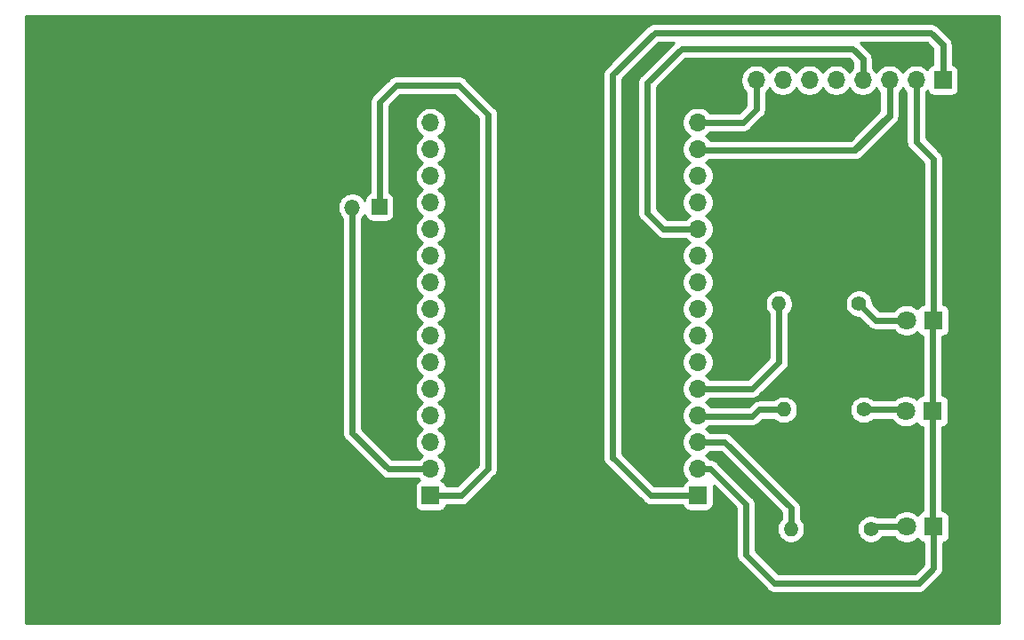
<source format=gbr>
%TF.GenerationSoftware,KiCad,Pcbnew,5.1.6-c6e7f7d~87~ubuntu20.04.1*%
%TF.CreationDate,2020-08-02T16:50:31-04:00*%
%TF.ProjectId,GaitPCB2,47616974-5043-4423-922e-6b696361645f,rev?*%
%TF.SameCoordinates,Original*%
%TF.FileFunction,Copper,L2,Bot*%
%TF.FilePolarity,Positive*%
%FSLAX46Y46*%
G04 Gerber Fmt 4.6, Leading zero omitted, Abs format (unit mm)*
G04 Created by KiCad (PCBNEW 5.1.6-c6e7f7d~87~ubuntu20.04.1) date 2020-08-02 16:50:31*
%MOMM*%
%LPD*%
G01*
G04 APERTURE LIST*
%TA.AperFunction,ComponentPad*%
%ADD10O,1.700000X1.700000*%
%TD*%
%TA.AperFunction,ComponentPad*%
%ADD11R,1.700000X1.700000*%
%TD*%
%TA.AperFunction,ComponentPad*%
%ADD12R,1.800000X1.800000*%
%TD*%
%TA.AperFunction,ComponentPad*%
%ADD13C,1.800000*%
%TD*%
%TA.AperFunction,ComponentPad*%
%ADD14C,1.400000*%
%TD*%
%TA.AperFunction,ComponentPad*%
%ADD15O,1.400000X1.400000*%
%TD*%
%TA.AperFunction,ComponentPad*%
%ADD16R,1.500000X1.500000*%
%TD*%
%TA.AperFunction,ComponentPad*%
%ADD17O,1.500000X1.500000*%
%TD*%
%TA.AperFunction,Conductor*%
%ADD18C,0.600000*%
%TD*%
%TA.AperFunction,Conductor*%
%ADD19C,0.350000*%
%TD*%
%TA.AperFunction,NonConductor*%
%ADD20C,0.254000*%
%TD*%
G04 APERTURE END LIST*
D10*
%TO.P,J3,15*%
%TO.N,Net-(J3-Pad15)*%
X117450000Y-43840000D03*
%TO.P,J3,14*%
%TO.N,Net-(J3-Pad14)*%
X117450000Y-46380000D03*
%TO.P,J3,13*%
%TO.N,Net-(J3-Pad13)*%
X117450000Y-48920000D03*
%TO.P,J3,12*%
%TO.N,Net-(J3-Pad12)*%
X117450000Y-51460000D03*
%TO.P,J3,11*%
%TO.N,Net-(J3-Pad11)*%
X117450000Y-54000000D03*
%TO.P,J3,10*%
%TO.N,Net-(J3-Pad10)*%
X117450000Y-56540000D03*
%TO.P,J3,9*%
%TO.N,Net-(J3-Pad9)*%
X117450000Y-59080000D03*
%TO.P,J3,8*%
%TO.N,Net-(J3-Pad8)*%
X117450000Y-61620000D03*
%TO.P,J3,7*%
%TO.N,Net-(J3-Pad7)*%
X117450000Y-64160000D03*
%TO.P,J3,6*%
%TO.N,Net-(J3-Pad6)*%
X117450000Y-66700000D03*
%TO.P,J3,5*%
%TO.N,Net-(J3-Pad5)*%
X117450000Y-69240000D03*
%TO.P,J3,4*%
%TO.N,Net-(J3-Pad4)*%
X117450000Y-71780000D03*
%TO.P,J3,3*%
%TO.N,Net-(J3-Pad3)*%
X117450000Y-74320000D03*
%TO.P,J3,2*%
%TO.N,GND*%
X117450000Y-76860000D03*
D11*
%TO.P,J3,1*%
%TO.N,VDD*%
X117450000Y-79400000D03*
%TD*%
%TO.P,J2,1*%
%TO.N,+3V3*%
X142925000Y-79375000D03*
D10*
%TO.P,J2,2*%
%TO.N,GND*%
X142925000Y-76835000D03*
%TO.P,J2,3*%
%TO.N,Net-(J2-Pad3)*%
X142925000Y-74295000D03*
%TO.P,J2,4*%
%TO.N,Net-(J2-Pad4)*%
X142925000Y-71755000D03*
%TO.P,J2,5*%
%TO.N,Net-(J2-Pad5)*%
X142925000Y-69215000D03*
%TO.P,J2,6*%
%TO.N,Net-(J2-Pad6)*%
X142925000Y-66675000D03*
%TO.P,J2,7*%
%TO.N,Net-(J2-Pad7)*%
X142925000Y-64135000D03*
%TO.P,J2,8*%
%TO.N,Net-(J2-Pad8)*%
X142925000Y-61595000D03*
%TO.P,J2,9*%
%TO.N,Net-(J2-Pad9)*%
X142925000Y-59055000D03*
%TO.P,J2,10*%
%TO.N,Net-(J2-Pad10)*%
X142925000Y-56515000D03*
%TO.P,J2,11*%
%TO.N,Net-(J2-Pad11)*%
X142925000Y-53975000D03*
%TO.P,J2,12*%
%TO.N,Net-(J2-Pad12)*%
X142925000Y-51435000D03*
%TO.P,J2,13*%
%TO.N,Net-(J2-Pad13)*%
X142925000Y-48895000D03*
%TO.P,J2,14*%
%TO.N,Net-(J2-Pad14)*%
X142925000Y-46355000D03*
%TO.P,J2,15*%
%TO.N,Net-(J2-Pad15)*%
X142925000Y-43815000D03*
%TD*%
D12*
%TO.P,D1,1*%
%TO.N,GND*%
X165350000Y-62675000D03*
D13*
%TO.P,D1,2*%
%TO.N,Net-(D1-Pad2)*%
X162810000Y-62675000D03*
%TD*%
D12*
%TO.P,D2,1*%
%TO.N,GND*%
X165275000Y-71350000D03*
D13*
%TO.P,D2,2*%
%TO.N,Net-(D2-Pad2)*%
X162735000Y-71350000D03*
%TD*%
D12*
%TO.P,D3,1*%
%TO.N,GND*%
X165350000Y-82375000D03*
D13*
%TO.P,D3,2*%
%TO.N,Net-(D3-Pad2)*%
X162810000Y-82375000D03*
%TD*%
D14*
%TO.P,R1,1*%
%TO.N,Net-(D1-Pad2)*%
X158275000Y-61100000D03*
D15*
%TO.P,R1,2*%
%TO.N,Net-(J2-Pad5)*%
X150655000Y-61100000D03*
%TD*%
%TO.P,R2,2*%
%TO.N,Net-(J2-Pad4)*%
X151105000Y-71200000D03*
D14*
%TO.P,R2,1*%
%TO.N,Net-(D2-Pad2)*%
X158725000Y-71200000D03*
%TD*%
%TO.P,R3,1*%
%TO.N,Net-(D3-Pad2)*%
X159400000Y-82575000D03*
D15*
%TO.P,R3,2*%
%TO.N,Net-(J2-Pad3)*%
X151780000Y-82575000D03*
%TD*%
D11*
%TO.P,J4,1*%
%TO.N,+3V3*%
X166250000Y-39775000D03*
D10*
%TO.P,J4,2*%
%TO.N,GND*%
X163710000Y-39775000D03*
%TO.P,J4,3*%
%TO.N,Net-(J2-Pad14)*%
X161170000Y-39775000D03*
%TO.P,J4,4*%
%TO.N,Net-(J2-Pad11)*%
X158630000Y-39775000D03*
%TO.P,J4,5*%
%TO.N,Net-(J4-Pad5)*%
X156090000Y-39775000D03*
%TO.P,J4,6*%
%TO.N,Net-(J4-Pad6)*%
X153550000Y-39775000D03*
%TO.P,J4,7*%
%TO.N,Net-(J4-Pad7)*%
X151010000Y-39775000D03*
%TO.P,J4,8*%
%TO.N,Net-(J2-Pad15)*%
X148470000Y-39775000D03*
%TD*%
D16*
%TO.P,J1,1*%
%TO.N,VDD*%
X112600000Y-51875000D03*
D17*
%TO.P,J1,2*%
%TO.N,GND*%
X110000000Y-51900000D03*
%TD*%
D18*
%TO.N,Net-(D1-Pad2)*%
X162810000Y-62675000D02*
X159850000Y-62675000D01*
X158275000Y-61100000D02*
X159850000Y-62675000D01*
%TO.N,Net-(D2-Pad2)*%
X162585000Y-71200000D02*
X162735000Y-71350000D01*
X158725000Y-71200000D02*
X162585000Y-71200000D01*
%TO.N,Net-(D3-Pad2)*%
X159600000Y-82375000D02*
X159400000Y-82575000D01*
X162810000Y-82375000D02*
X159600000Y-82375000D01*
%TO.N,VDD*%
X112600000Y-51875000D02*
X112600000Y-41850000D01*
X112600000Y-41850000D02*
X114200000Y-40250000D01*
X114200000Y-40250000D02*
X120150000Y-40250000D01*
X120150000Y-40250000D02*
X122925000Y-43025000D01*
X122925000Y-43025000D02*
X122925000Y-76850000D01*
X120375000Y-79400000D02*
X117450000Y-79400000D01*
X122925000Y-76850000D02*
X120375000Y-79400000D01*
%TO.N,GND*%
X165275000Y-62750000D02*
X165350000Y-62675000D01*
X165275000Y-71350000D02*
X165275000Y-62750000D01*
X163710000Y-45660000D02*
X165350000Y-47300000D01*
X163710000Y-39775000D02*
X163710000Y-45660000D01*
X165350000Y-47300000D02*
X165350000Y-62675000D01*
X165275000Y-82300000D02*
X165350000Y-82375000D01*
X165275000Y-71350000D02*
X165275000Y-82300000D01*
X165350000Y-86350000D02*
X163975000Y-87725000D01*
X165350000Y-82375000D02*
X165350000Y-86350000D01*
X150200000Y-87725000D02*
X147500000Y-85025000D01*
X163975000Y-87725000D02*
X150200000Y-87725000D01*
X144127081Y-76835000D02*
X142925000Y-76835000D01*
X147500000Y-80207919D02*
X144127081Y-76835000D01*
X147500000Y-85025000D02*
X147500000Y-80207919D01*
X110000000Y-51900000D02*
X110000000Y-73425000D01*
X113435000Y-76860000D02*
X117450000Y-76860000D01*
X110000000Y-73425000D02*
X113435000Y-76860000D01*
%TO.N,Net-(J2-Pad3)*%
X151780000Y-80580000D02*
X145495000Y-74295000D01*
X151780000Y-82575000D02*
X151780000Y-80580000D01*
X142925000Y-74295000D02*
X145495000Y-74295000D01*
%TO.N,Net-(J2-Pad5)*%
X148085000Y-69215000D02*
X150655000Y-66645000D01*
X142925000Y-69215000D02*
X148085000Y-69215000D01*
X150655000Y-66645000D02*
X150655000Y-61100000D01*
%TO.N,Net-(J2-Pad11)*%
X139650000Y-53975000D02*
X138125000Y-52450000D01*
X142925000Y-53975000D02*
X139650000Y-53975000D01*
X141375000Y-36750000D02*
X157675000Y-36750000D01*
X138125000Y-40000000D02*
X141375000Y-36750000D01*
X138125000Y-52450000D02*
X138125000Y-40000000D01*
X158630000Y-37705000D02*
X157675000Y-36750000D01*
X158630000Y-39775000D02*
X158630000Y-37705000D01*
D19*
%TO.N,Net-(J2-Pad14)*%
X161170000Y-39775000D02*
X161170000Y-42955000D01*
X157770000Y-46355000D02*
X142925000Y-46355000D01*
X161170000Y-42955000D02*
X157770000Y-46355000D01*
D18*
X161170000Y-39775000D02*
X161170000Y-43205000D01*
X161170000Y-43205000D02*
X157950000Y-46425000D01*
X142995000Y-46425000D02*
X142925000Y-46355000D01*
X157950000Y-46425000D02*
X142995000Y-46425000D01*
%TO.N,Net-(J2-Pad15)*%
X142925000Y-43815000D02*
X147235000Y-43815000D01*
X147235000Y-43815000D02*
X148362500Y-42687500D01*
D19*
X148470000Y-42580000D02*
X148362500Y-42687500D01*
D18*
X148470000Y-39775000D02*
X148470000Y-42580000D01*
%TO.N,Net-(J2-Pad4)*%
X151105000Y-71200000D02*
X148750000Y-71200000D01*
X148750000Y-71200000D02*
X148100000Y-71850000D01*
X143020000Y-71850000D02*
X142925000Y-71755000D01*
X148100000Y-71850000D02*
X143020000Y-71850000D01*
%TO.N,+3V3*%
X142925000Y-79375000D02*
X138425000Y-79375000D01*
X165125000Y-35250000D02*
X138825000Y-35250000D01*
X134825000Y-39250000D02*
X134825000Y-75775000D01*
X166250000Y-36375000D02*
X165125000Y-35250000D01*
D19*
X134825000Y-75775000D02*
X134937500Y-75887500D01*
D18*
X138425000Y-79375000D02*
X134937500Y-75887500D01*
X166250000Y-39775000D02*
X166250000Y-36375000D01*
X138825000Y-35250000D02*
X134825000Y-39250000D01*
%TD*%
D20*
G36*
X171590000Y-91590000D02*
G01*
X78910000Y-91590000D01*
X78910000Y-51763589D01*
X108615000Y-51763589D01*
X108615000Y-52036411D01*
X108668225Y-52303989D01*
X108772629Y-52556043D01*
X108924201Y-52782886D01*
X109065000Y-52923685D01*
X109065001Y-73379058D01*
X109060476Y-73425000D01*
X109078529Y-73608291D01*
X109085314Y-73630657D01*
X109131994Y-73784540D01*
X109218815Y-73946972D01*
X109335657Y-74089344D01*
X109371336Y-74118625D01*
X112741370Y-77488659D01*
X112770656Y-77524344D01*
X112913028Y-77641186D01*
X113018880Y-77697765D01*
X113075459Y-77728007D01*
X113251708Y-77781472D01*
X113435000Y-77799524D01*
X113480935Y-77795000D01*
X116288753Y-77795000D01*
X116296525Y-77806632D01*
X116428380Y-77938487D01*
X116355820Y-77960498D01*
X116245506Y-78019463D01*
X116148815Y-78098815D01*
X116069463Y-78195506D01*
X116010498Y-78305820D01*
X115974188Y-78425518D01*
X115961928Y-78550000D01*
X115961928Y-80250000D01*
X115974188Y-80374482D01*
X116010498Y-80494180D01*
X116069463Y-80604494D01*
X116148815Y-80701185D01*
X116245506Y-80780537D01*
X116355820Y-80839502D01*
X116475518Y-80875812D01*
X116600000Y-80888072D01*
X118300000Y-80888072D01*
X118424482Y-80875812D01*
X118544180Y-80839502D01*
X118654494Y-80780537D01*
X118751185Y-80701185D01*
X118830537Y-80604494D01*
X118889502Y-80494180D01*
X118925812Y-80374482D01*
X118929701Y-80335000D01*
X120329068Y-80335000D01*
X120375000Y-80339524D01*
X120420932Y-80335000D01*
X120558292Y-80321471D01*
X120734540Y-80268007D01*
X120896972Y-80181186D01*
X121039344Y-80064344D01*
X121068630Y-80028659D01*
X123553659Y-77543630D01*
X123589344Y-77514344D01*
X123706186Y-77371972D01*
X123787662Y-77219540D01*
X123793007Y-77209541D01*
X123846472Y-77033292D01*
X123864524Y-76850000D01*
X123860000Y-76804065D01*
X123860000Y-43070935D01*
X123864524Y-43025000D01*
X123846472Y-42841708D01*
X123793007Y-42665459D01*
X123726298Y-42540656D01*
X123706186Y-42503028D01*
X123589344Y-42360656D01*
X123553660Y-42331371D01*
X120843630Y-39621341D01*
X120814344Y-39585656D01*
X120671972Y-39468814D01*
X120509540Y-39381993D01*
X120333292Y-39328529D01*
X120195932Y-39315000D01*
X120150000Y-39310476D01*
X120104068Y-39315000D01*
X114245935Y-39315000D01*
X114200000Y-39310476D01*
X114016708Y-39328528D01*
X113840459Y-39381993D01*
X113783880Y-39412235D01*
X113678028Y-39468814D01*
X113535656Y-39585656D01*
X113506370Y-39621341D01*
X111971336Y-41156375D01*
X111935657Y-41185656D01*
X111818815Y-41328028D01*
X111731994Y-41490460D01*
X111678529Y-41666709D01*
X111660476Y-41850000D01*
X111665001Y-41895942D01*
X111665000Y-50517546D01*
X111605820Y-50535498D01*
X111495506Y-50594463D01*
X111398815Y-50673815D01*
X111319463Y-50770506D01*
X111260498Y-50880820D01*
X111224188Y-51000518D01*
X111211928Y-51125000D01*
X111211928Y-51220845D01*
X111075799Y-51017114D01*
X110882886Y-50824201D01*
X110656043Y-50672629D01*
X110403989Y-50568225D01*
X110136411Y-50515000D01*
X109863589Y-50515000D01*
X109596011Y-50568225D01*
X109343957Y-50672629D01*
X109117114Y-50824201D01*
X108924201Y-51017114D01*
X108772629Y-51243957D01*
X108668225Y-51496011D01*
X108615000Y-51763589D01*
X78910000Y-51763589D01*
X78910000Y-39250000D01*
X133885476Y-39250000D01*
X133890000Y-39295932D01*
X133890001Y-75820932D01*
X133903530Y-75958292D01*
X133956994Y-76134540D01*
X134043815Y-76296972D01*
X134160657Y-76439344D01*
X134222448Y-76490055D01*
X134243877Y-76516166D01*
X137731370Y-80003659D01*
X137760656Y-80039344D01*
X137903028Y-80156186D01*
X138065460Y-80243007D01*
X138137828Y-80264959D01*
X138241708Y-80296472D01*
X138425000Y-80314524D01*
X138470935Y-80310000D01*
X141445299Y-80310000D01*
X141449188Y-80349482D01*
X141485498Y-80469180D01*
X141544463Y-80579494D01*
X141623815Y-80676185D01*
X141720506Y-80755537D01*
X141830820Y-80814502D01*
X141950518Y-80850812D01*
X142075000Y-80863072D01*
X143775000Y-80863072D01*
X143899482Y-80850812D01*
X144019180Y-80814502D01*
X144129494Y-80755537D01*
X144226185Y-80676185D01*
X144305537Y-80579494D01*
X144364502Y-80469180D01*
X144400812Y-80349482D01*
X144413072Y-80225000D01*
X144413072Y-78525000D01*
X144404144Y-78434352D01*
X146565001Y-80595209D01*
X146565000Y-84979068D01*
X146560476Y-85025000D01*
X146565000Y-85070931D01*
X146578529Y-85208291D01*
X146631993Y-85384539D01*
X146718814Y-85546971D01*
X146835656Y-85689344D01*
X146871341Y-85718630D01*
X149506370Y-88353659D01*
X149535656Y-88389344D01*
X149678028Y-88506186D01*
X149783880Y-88562765D01*
X149840459Y-88593007D01*
X150016708Y-88646472D01*
X150200000Y-88664524D01*
X150245935Y-88660000D01*
X163929068Y-88660000D01*
X163975000Y-88664524D01*
X164020932Y-88660000D01*
X164158292Y-88646471D01*
X164334540Y-88593007D01*
X164496972Y-88506186D01*
X164639344Y-88389344D01*
X164668630Y-88353659D01*
X165978659Y-87043630D01*
X166014344Y-87014344D01*
X166131186Y-86871972D01*
X166187765Y-86766120D01*
X166218007Y-86709541D01*
X166271472Y-86533292D01*
X166289524Y-86350000D01*
X166285000Y-86304065D01*
X166285000Y-83909625D01*
X166374482Y-83900812D01*
X166494180Y-83864502D01*
X166604494Y-83805537D01*
X166701185Y-83726185D01*
X166780537Y-83629494D01*
X166839502Y-83519180D01*
X166875812Y-83399482D01*
X166888072Y-83275000D01*
X166888072Y-81475000D01*
X166875812Y-81350518D01*
X166839502Y-81230820D01*
X166780537Y-81120506D01*
X166701185Y-81023815D01*
X166604494Y-80944463D01*
X166494180Y-80885498D01*
X166374482Y-80849188D01*
X166250000Y-80836928D01*
X166210000Y-80836928D01*
X166210000Y-72884625D01*
X166299482Y-72875812D01*
X166419180Y-72839502D01*
X166529494Y-72780537D01*
X166626185Y-72701185D01*
X166705537Y-72604494D01*
X166764502Y-72494180D01*
X166800812Y-72374482D01*
X166813072Y-72250000D01*
X166813072Y-70450000D01*
X166800812Y-70325518D01*
X166764502Y-70205820D01*
X166705537Y-70095506D01*
X166626185Y-69998815D01*
X166529494Y-69919463D01*
X166419180Y-69860498D01*
X166299482Y-69824188D01*
X166210000Y-69815375D01*
X166210000Y-64213072D01*
X166250000Y-64213072D01*
X166374482Y-64200812D01*
X166494180Y-64164502D01*
X166604494Y-64105537D01*
X166701185Y-64026185D01*
X166780537Y-63929494D01*
X166839502Y-63819180D01*
X166875812Y-63699482D01*
X166888072Y-63575000D01*
X166888072Y-61775000D01*
X166875812Y-61650518D01*
X166839502Y-61530820D01*
X166780537Y-61420506D01*
X166701185Y-61323815D01*
X166604494Y-61244463D01*
X166494180Y-61185498D01*
X166374482Y-61149188D01*
X166285000Y-61140375D01*
X166285000Y-47345931D01*
X166289524Y-47299999D01*
X166271471Y-47116707D01*
X166219982Y-46946972D01*
X166218007Y-46940460D01*
X166131186Y-46778028D01*
X166014344Y-46635656D01*
X165978665Y-46606376D01*
X164645000Y-45272711D01*
X164645000Y-40936247D01*
X164656632Y-40928475D01*
X164788487Y-40796620D01*
X164810498Y-40869180D01*
X164869463Y-40979494D01*
X164948815Y-41076185D01*
X165045506Y-41155537D01*
X165155820Y-41214502D01*
X165275518Y-41250812D01*
X165400000Y-41263072D01*
X167100000Y-41263072D01*
X167224482Y-41250812D01*
X167344180Y-41214502D01*
X167454494Y-41155537D01*
X167551185Y-41076185D01*
X167630537Y-40979494D01*
X167689502Y-40869180D01*
X167725812Y-40749482D01*
X167738072Y-40625000D01*
X167738072Y-38925000D01*
X167725812Y-38800518D01*
X167689502Y-38680820D01*
X167630537Y-38570506D01*
X167551185Y-38473815D01*
X167454494Y-38394463D01*
X167344180Y-38335498D01*
X167224482Y-38299188D01*
X167185000Y-38295299D01*
X167185000Y-36420931D01*
X167189524Y-36374999D01*
X167171471Y-36191707D01*
X167139301Y-36085657D01*
X167118007Y-36015460D01*
X167031186Y-35853028D01*
X166914344Y-35710656D01*
X166878664Y-35681374D01*
X165818630Y-34621341D01*
X165789344Y-34585656D01*
X165646972Y-34468814D01*
X165484540Y-34381993D01*
X165308292Y-34328529D01*
X165170932Y-34315000D01*
X165125000Y-34310476D01*
X165079068Y-34315000D01*
X138870931Y-34315000D01*
X138824999Y-34310476D01*
X138641707Y-34328529D01*
X138588243Y-34344747D01*
X138465460Y-34381993D01*
X138303028Y-34468814D01*
X138160656Y-34585656D01*
X138131374Y-34621336D01*
X134196341Y-38556370D01*
X134160656Y-38585656D01*
X134043814Y-38728029D01*
X133956993Y-38890461D01*
X133916777Y-39023037D01*
X133903529Y-39066709D01*
X133885476Y-39250000D01*
X78910000Y-39250000D01*
X78910000Y-33660000D01*
X171590001Y-33660000D01*
X171590000Y-91590000D01*
G37*
X171590000Y-91590000D02*
X78910000Y-91590000D01*
X78910000Y-51763589D01*
X108615000Y-51763589D01*
X108615000Y-52036411D01*
X108668225Y-52303989D01*
X108772629Y-52556043D01*
X108924201Y-52782886D01*
X109065000Y-52923685D01*
X109065001Y-73379058D01*
X109060476Y-73425000D01*
X109078529Y-73608291D01*
X109085314Y-73630657D01*
X109131994Y-73784540D01*
X109218815Y-73946972D01*
X109335657Y-74089344D01*
X109371336Y-74118625D01*
X112741370Y-77488659D01*
X112770656Y-77524344D01*
X112913028Y-77641186D01*
X113018880Y-77697765D01*
X113075459Y-77728007D01*
X113251708Y-77781472D01*
X113435000Y-77799524D01*
X113480935Y-77795000D01*
X116288753Y-77795000D01*
X116296525Y-77806632D01*
X116428380Y-77938487D01*
X116355820Y-77960498D01*
X116245506Y-78019463D01*
X116148815Y-78098815D01*
X116069463Y-78195506D01*
X116010498Y-78305820D01*
X115974188Y-78425518D01*
X115961928Y-78550000D01*
X115961928Y-80250000D01*
X115974188Y-80374482D01*
X116010498Y-80494180D01*
X116069463Y-80604494D01*
X116148815Y-80701185D01*
X116245506Y-80780537D01*
X116355820Y-80839502D01*
X116475518Y-80875812D01*
X116600000Y-80888072D01*
X118300000Y-80888072D01*
X118424482Y-80875812D01*
X118544180Y-80839502D01*
X118654494Y-80780537D01*
X118751185Y-80701185D01*
X118830537Y-80604494D01*
X118889502Y-80494180D01*
X118925812Y-80374482D01*
X118929701Y-80335000D01*
X120329068Y-80335000D01*
X120375000Y-80339524D01*
X120420932Y-80335000D01*
X120558292Y-80321471D01*
X120734540Y-80268007D01*
X120896972Y-80181186D01*
X121039344Y-80064344D01*
X121068630Y-80028659D01*
X123553659Y-77543630D01*
X123589344Y-77514344D01*
X123706186Y-77371972D01*
X123787662Y-77219540D01*
X123793007Y-77209541D01*
X123846472Y-77033292D01*
X123864524Y-76850000D01*
X123860000Y-76804065D01*
X123860000Y-43070935D01*
X123864524Y-43025000D01*
X123846472Y-42841708D01*
X123793007Y-42665459D01*
X123726298Y-42540656D01*
X123706186Y-42503028D01*
X123589344Y-42360656D01*
X123553660Y-42331371D01*
X120843630Y-39621341D01*
X120814344Y-39585656D01*
X120671972Y-39468814D01*
X120509540Y-39381993D01*
X120333292Y-39328529D01*
X120195932Y-39315000D01*
X120150000Y-39310476D01*
X120104068Y-39315000D01*
X114245935Y-39315000D01*
X114200000Y-39310476D01*
X114016708Y-39328528D01*
X113840459Y-39381993D01*
X113783880Y-39412235D01*
X113678028Y-39468814D01*
X113535656Y-39585656D01*
X113506370Y-39621341D01*
X111971336Y-41156375D01*
X111935657Y-41185656D01*
X111818815Y-41328028D01*
X111731994Y-41490460D01*
X111678529Y-41666709D01*
X111660476Y-41850000D01*
X111665001Y-41895942D01*
X111665000Y-50517546D01*
X111605820Y-50535498D01*
X111495506Y-50594463D01*
X111398815Y-50673815D01*
X111319463Y-50770506D01*
X111260498Y-50880820D01*
X111224188Y-51000518D01*
X111211928Y-51125000D01*
X111211928Y-51220845D01*
X111075799Y-51017114D01*
X110882886Y-50824201D01*
X110656043Y-50672629D01*
X110403989Y-50568225D01*
X110136411Y-50515000D01*
X109863589Y-50515000D01*
X109596011Y-50568225D01*
X109343957Y-50672629D01*
X109117114Y-50824201D01*
X108924201Y-51017114D01*
X108772629Y-51243957D01*
X108668225Y-51496011D01*
X108615000Y-51763589D01*
X78910000Y-51763589D01*
X78910000Y-39250000D01*
X133885476Y-39250000D01*
X133890000Y-39295932D01*
X133890001Y-75820932D01*
X133903530Y-75958292D01*
X133956994Y-76134540D01*
X134043815Y-76296972D01*
X134160657Y-76439344D01*
X134222448Y-76490055D01*
X134243877Y-76516166D01*
X137731370Y-80003659D01*
X137760656Y-80039344D01*
X137903028Y-80156186D01*
X138065460Y-80243007D01*
X138137828Y-80264959D01*
X138241708Y-80296472D01*
X138425000Y-80314524D01*
X138470935Y-80310000D01*
X141445299Y-80310000D01*
X141449188Y-80349482D01*
X141485498Y-80469180D01*
X141544463Y-80579494D01*
X141623815Y-80676185D01*
X141720506Y-80755537D01*
X141830820Y-80814502D01*
X141950518Y-80850812D01*
X142075000Y-80863072D01*
X143775000Y-80863072D01*
X143899482Y-80850812D01*
X144019180Y-80814502D01*
X144129494Y-80755537D01*
X144226185Y-80676185D01*
X144305537Y-80579494D01*
X144364502Y-80469180D01*
X144400812Y-80349482D01*
X144413072Y-80225000D01*
X144413072Y-78525000D01*
X144404144Y-78434352D01*
X146565001Y-80595209D01*
X146565000Y-84979068D01*
X146560476Y-85025000D01*
X146565000Y-85070931D01*
X146578529Y-85208291D01*
X146631993Y-85384539D01*
X146718814Y-85546971D01*
X146835656Y-85689344D01*
X146871341Y-85718630D01*
X149506370Y-88353659D01*
X149535656Y-88389344D01*
X149678028Y-88506186D01*
X149783880Y-88562765D01*
X149840459Y-88593007D01*
X150016708Y-88646472D01*
X150200000Y-88664524D01*
X150245935Y-88660000D01*
X163929068Y-88660000D01*
X163975000Y-88664524D01*
X164020932Y-88660000D01*
X164158292Y-88646471D01*
X164334540Y-88593007D01*
X164496972Y-88506186D01*
X164639344Y-88389344D01*
X164668630Y-88353659D01*
X165978659Y-87043630D01*
X166014344Y-87014344D01*
X166131186Y-86871972D01*
X166187765Y-86766120D01*
X166218007Y-86709541D01*
X166271472Y-86533292D01*
X166289524Y-86350000D01*
X166285000Y-86304065D01*
X166285000Y-83909625D01*
X166374482Y-83900812D01*
X166494180Y-83864502D01*
X166604494Y-83805537D01*
X166701185Y-83726185D01*
X166780537Y-83629494D01*
X166839502Y-83519180D01*
X166875812Y-83399482D01*
X166888072Y-83275000D01*
X166888072Y-81475000D01*
X166875812Y-81350518D01*
X166839502Y-81230820D01*
X166780537Y-81120506D01*
X166701185Y-81023815D01*
X166604494Y-80944463D01*
X166494180Y-80885498D01*
X166374482Y-80849188D01*
X166250000Y-80836928D01*
X166210000Y-80836928D01*
X166210000Y-72884625D01*
X166299482Y-72875812D01*
X166419180Y-72839502D01*
X166529494Y-72780537D01*
X166626185Y-72701185D01*
X166705537Y-72604494D01*
X166764502Y-72494180D01*
X166800812Y-72374482D01*
X166813072Y-72250000D01*
X166813072Y-70450000D01*
X166800812Y-70325518D01*
X166764502Y-70205820D01*
X166705537Y-70095506D01*
X166626185Y-69998815D01*
X166529494Y-69919463D01*
X166419180Y-69860498D01*
X166299482Y-69824188D01*
X166210000Y-69815375D01*
X166210000Y-64213072D01*
X166250000Y-64213072D01*
X166374482Y-64200812D01*
X166494180Y-64164502D01*
X166604494Y-64105537D01*
X166701185Y-64026185D01*
X166780537Y-63929494D01*
X166839502Y-63819180D01*
X166875812Y-63699482D01*
X166888072Y-63575000D01*
X166888072Y-61775000D01*
X166875812Y-61650518D01*
X166839502Y-61530820D01*
X166780537Y-61420506D01*
X166701185Y-61323815D01*
X166604494Y-61244463D01*
X166494180Y-61185498D01*
X166374482Y-61149188D01*
X166285000Y-61140375D01*
X166285000Y-47345931D01*
X166289524Y-47299999D01*
X166271471Y-47116707D01*
X166219982Y-46946972D01*
X166218007Y-46940460D01*
X166131186Y-46778028D01*
X166014344Y-46635656D01*
X165978665Y-46606376D01*
X164645000Y-45272711D01*
X164645000Y-40936247D01*
X164656632Y-40928475D01*
X164788487Y-40796620D01*
X164810498Y-40869180D01*
X164869463Y-40979494D01*
X164948815Y-41076185D01*
X165045506Y-41155537D01*
X165155820Y-41214502D01*
X165275518Y-41250812D01*
X165400000Y-41263072D01*
X167100000Y-41263072D01*
X167224482Y-41250812D01*
X167344180Y-41214502D01*
X167454494Y-41155537D01*
X167551185Y-41076185D01*
X167630537Y-40979494D01*
X167689502Y-40869180D01*
X167725812Y-40749482D01*
X167738072Y-40625000D01*
X167738072Y-38925000D01*
X167725812Y-38800518D01*
X167689502Y-38680820D01*
X167630537Y-38570506D01*
X167551185Y-38473815D01*
X167454494Y-38394463D01*
X167344180Y-38335498D01*
X167224482Y-38299188D01*
X167185000Y-38295299D01*
X167185000Y-36420931D01*
X167189524Y-36374999D01*
X167171471Y-36191707D01*
X167139301Y-36085657D01*
X167118007Y-36015460D01*
X167031186Y-35853028D01*
X166914344Y-35710656D01*
X166878664Y-35681374D01*
X165818630Y-34621341D01*
X165789344Y-34585656D01*
X165646972Y-34468814D01*
X165484540Y-34381993D01*
X165308292Y-34328529D01*
X165170932Y-34315000D01*
X165125000Y-34310476D01*
X165079068Y-34315000D01*
X138870931Y-34315000D01*
X138824999Y-34310476D01*
X138641707Y-34328529D01*
X138588243Y-34344747D01*
X138465460Y-34381993D01*
X138303028Y-34468814D01*
X138160656Y-34585656D01*
X138131374Y-34621336D01*
X134196341Y-38556370D01*
X134160656Y-38585656D01*
X134043814Y-38728029D01*
X133956993Y-38890461D01*
X133916777Y-39023037D01*
X133903529Y-39066709D01*
X133885476Y-39250000D01*
X78910000Y-39250000D01*
X78910000Y-33660000D01*
X171590001Y-33660000D01*
X171590000Y-91590000D01*
G36*
X162556525Y-40721632D02*
G01*
X162763368Y-40928475D01*
X162775000Y-40936247D01*
X162775001Y-45614058D01*
X162770476Y-45660000D01*
X162788529Y-45843291D01*
X162819941Y-45946842D01*
X162841994Y-46019540D01*
X162928815Y-46181972D01*
X163045657Y-46324344D01*
X163081336Y-46353625D01*
X164415000Y-47687290D01*
X164415001Y-61140375D01*
X164325518Y-61149188D01*
X164205820Y-61185498D01*
X164095506Y-61244463D01*
X163998815Y-61323815D01*
X163919463Y-61420506D01*
X163860498Y-61530820D01*
X163854944Y-61549127D01*
X163788505Y-61482688D01*
X163537095Y-61314701D01*
X163257743Y-61198989D01*
X162961184Y-61140000D01*
X162658816Y-61140000D01*
X162362257Y-61198989D01*
X162082905Y-61314701D01*
X161831495Y-61482688D01*
X161617688Y-61696495D01*
X161588619Y-61740000D01*
X160237290Y-61740000D01*
X159610000Y-61112711D01*
X159610000Y-60968514D01*
X159558696Y-60710595D01*
X159458061Y-60467641D01*
X159311962Y-60248987D01*
X159126013Y-60063038D01*
X158907359Y-59916939D01*
X158664405Y-59816304D01*
X158406486Y-59765000D01*
X158143514Y-59765000D01*
X157885595Y-59816304D01*
X157642641Y-59916939D01*
X157423987Y-60063038D01*
X157238038Y-60248987D01*
X157091939Y-60467641D01*
X156991304Y-60710595D01*
X156940000Y-60968514D01*
X156940000Y-61231486D01*
X156991304Y-61489405D01*
X157091939Y-61732359D01*
X157238038Y-61951013D01*
X157423987Y-62136962D01*
X157642641Y-62283061D01*
X157885595Y-62383696D01*
X158143514Y-62435000D01*
X158287711Y-62435000D01*
X159156374Y-63303664D01*
X159185656Y-63339344D01*
X159328028Y-63456186D01*
X159490460Y-63543007D01*
X159613243Y-63580253D01*
X159666707Y-63596471D01*
X159849999Y-63614524D01*
X159895931Y-63610000D01*
X161588619Y-63610000D01*
X161617688Y-63653505D01*
X161831495Y-63867312D01*
X162082905Y-64035299D01*
X162362257Y-64151011D01*
X162658816Y-64210000D01*
X162961184Y-64210000D01*
X163257743Y-64151011D01*
X163537095Y-64035299D01*
X163788505Y-63867312D01*
X163854944Y-63800873D01*
X163860498Y-63819180D01*
X163919463Y-63929494D01*
X163998815Y-64026185D01*
X164095506Y-64105537D01*
X164205820Y-64164502D01*
X164325518Y-64200812D01*
X164340001Y-64202238D01*
X164340000Y-69815375D01*
X164250518Y-69824188D01*
X164130820Y-69860498D01*
X164020506Y-69919463D01*
X163923815Y-69998815D01*
X163844463Y-70095506D01*
X163785498Y-70205820D01*
X163779944Y-70224127D01*
X163713505Y-70157688D01*
X163462095Y-69989701D01*
X163182743Y-69873989D01*
X162886184Y-69815000D01*
X162583816Y-69815000D01*
X162287257Y-69873989D01*
X162007905Y-69989701D01*
X161756495Y-70157688D01*
X161649183Y-70265000D01*
X159677975Y-70265000D01*
X159576013Y-70163038D01*
X159357359Y-70016939D01*
X159114405Y-69916304D01*
X158856486Y-69865000D01*
X158593514Y-69865000D01*
X158335595Y-69916304D01*
X158092641Y-70016939D01*
X157873987Y-70163038D01*
X157688038Y-70348987D01*
X157541939Y-70567641D01*
X157441304Y-70810595D01*
X157390000Y-71068514D01*
X157390000Y-71331486D01*
X157441304Y-71589405D01*
X157541939Y-71832359D01*
X157688038Y-72051013D01*
X157873987Y-72236962D01*
X158092641Y-72383061D01*
X158335595Y-72483696D01*
X158593514Y-72535000D01*
X158856486Y-72535000D01*
X159114405Y-72483696D01*
X159357359Y-72383061D01*
X159576013Y-72236962D01*
X159677975Y-72135000D01*
X161413392Y-72135000D01*
X161542688Y-72328505D01*
X161756495Y-72542312D01*
X162007905Y-72710299D01*
X162287257Y-72826011D01*
X162583816Y-72885000D01*
X162886184Y-72885000D01*
X163182743Y-72826011D01*
X163462095Y-72710299D01*
X163713505Y-72542312D01*
X163779944Y-72475873D01*
X163785498Y-72494180D01*
X163844463Y-72604494D01*
X163923815Y-72701185D01*
X164020506Y-72780537D01*
X164130820Y-72839502D01*
X164250518Y-72875812D01*
X164340000Y-72884625D01*
X164340001Y-80847762D01*
X164325518Y-80849188D01*
X164205820Y-80885498D01*
X164095506Y-80944463D01*
X163998815Y-81023815D01*
X163919463Y-81120506D01*
X163860498Y-81230820D01*
X163854944Y-81249127D01*
X163788505Y-81182688D01*
X163537095Y-81014701D01*
X163257743Y-80898989D01*
X162961184Y-80840000D01*
X162658816Y-80840000D01*
X162362257Y-80898989D01*
X162082905Y-81014701D01*
X161831495Y-81182688D01*
X161617688Y-81396495D01*
X161588619Y-81440000D01*
X160104288Y-81440000D01*
X160032359Y-81391939D01*
X159789405Y-81291304D01*
X159531486Y-81240000D01*
X159268514Y-81240000D01*
X159010595Y-81291304D01*
X158767641Y-81391939D01*
X158548987Y-81538038D01*
X158363038Y-81723987D01*
X158216939Y-81942641D01*
X158116304Y-82185595D01*
X158065000Y-82443514D01*
X158065000Y-82706486D01*
X158116304Y-82964405D01*
X158216939Y-83207359D01*
X158363038Y-83426013D01*
X158548987Y-83611962D01*
X158767641Y-83758061D01*
X159010595Y-83858696D01*
X159268514Y-83910000D01*
X159531486Y-83910000D01*
X159789405Y-83858696D01*
X160032359Y-83758061D01*
X160251013Y-83611962D01*
X160436962Y-83426013D01*
X160514479Y-83310000D01*
X161588619Y-83310000D01*
X161617688Y-83353505D01*
X161831495Y-83567312D01*
X162082905Y-83735299D01*
X162362257Y-83851011D01*
X162658816Y-83910000D01*
X162961184Y-83910000D01*
X163257743Y-83851011D01*
X163537095Y-83735299D01*
X163788505Y-83567312D01*
X163854944Y-83500873D01*
X163860498Y-83519180D01*
X163919463Y-83629494D01*
X163998815Y-83726185D01*
X164095506Y-83805537D01*
X164205820Y-83864502D01*
X164325518Y-83900812D01*
X164415000Y-83909625D01*
X164415001Y-85962710D01*
X163587711Y-86790000D01*
X150587289Y-86790000D01*
X148435000Y-84637711D01*
X148435000Y-80253854D01*
X148439524Y-80207919D01*
X148421472Y-80024627D01*
X148382747Y-79896971D01*
X148368007Y-79848379D01*
X148281186Y-79685947D01*
X148164344Y-79543575D01*
X148128659Y-79514289D01*
X144820711Y-76206341D01*
X144791425Y-76170656D01*
X144649053Y-76053814D01*
X144486621Y-75966993D01*
X144310373Y-75913529D01*
X144173013Y-75900000D01*
X144127081Y-75895476D01*
X144085932Y-75899529D01*
X144078475Y-75888368D01*
X143871632Y-75681525D01*
X143697240Y-75565000D01*
X143871632Y-75448475D01*
X144078475Y-75241632D01*
X144086247Y-75230000D01*
X145107711Y-75230000D01*
X150845001Y-80967291D01*
X150845000Y-81622025D01*
X150743038Y-81723987D01*
X150596939Y-81942641D01*
X150496304Y-82185595D01*
X150445000Y-82443514D01*
X150445000Y-82706486D01*
X150496304Y-82964405D01*
X150596939Y-83207359D01*
X150743038Y-83426013D01*
X150928987Y-83611962D01*
X151147641Y-83758061D01*
X151390595Y-83858696D01*
X151648514Y-83910000D01*
X151911486Y-83910000D01*
X152169405Y-83858696D01*
X152412359Y-83758061D01*
X152631013Y-83611962D01*
X152816962Y-83426013D01*
X152963061Y-83207359D01*
X153063696Y-82964405D01*
X153115000Y-82706486D01*
X153115000Y-82443514D01*
X153063696Y-82185595D01*
X152963061Y-81942641D01*
X152816962Y-81723987D01*
X152715000Y-81622025D01*
X152715000Y-80625931D01*
X152719524Y-80579999D01*
X152701471Y-80396707D01*
X152685253Y-80343243D01*
X152648007Y-80220460D01*
X152561186Y-80058028D01*
X152444344Y-79915656D01*
X152408665Y-79886375D01*
X146188630Y-73666341D01*
X146159344Y-73630656D01*
X146016972Y-73513814D01*
X145854540Y-73426993D01*
X145678292Y-73373529D01*
X145540932Y-73360000D01*
X145495000Y-73355476D01*
X145449068Y-73360000D01*
X144086247Y-73360000D01*
X144078475Y-73348368D01*
X143871632Y-73141525D01*
X143697240Y-73025000D01*
X143871632Y-72908475D01*
X143995107Y-72785000D01*
X148054068Y-72785000D01*
X148100000Y-72789524D01*
X148145932Y-72785000D01*
X148283292Y-72771471D01*
X148459540Y-72718007D01*
X148621972Y-72631186D01*
X148764344Y-72514344D01*
X148793630Y-72478659D01*
X149137289Y-72135000D01*
X150152025Y-72135000D01*
X150253987Y-72236962D01*
X150472641Y-72383061D01*
X150715595Y-72483696D01*
X150973514Y-72535000D01*
X151236486Y-72535000D01*
X151494405Y-72483696D01*
X151737359Y-72383061D01*
X151956013Y-72236962D01*
X152141962Y-72051013D01*
X152288061Y-71832359D01*
X152388696Y-71589405D01*
X152440000Y-71331486D01*
X152440000Y-71068514D01*
X152388696Y-70810595D01*
X152288061Y-70567641D01*
X152141962Y-70348987D01*
X151956013Y-70163038D01*
X151737359Y-70016939D01*
X151494405Y-69916304D01*
X151236486Y-69865000D01*
X150973514Y-69865000D01*
X150715595Y-69916304D01*
X150472641Y-70016939D01*
X150253987Y-70163038D01*
X150152025Y-70265000D01*
X148795932Y-70265000D01*
X148750000Y-70260476D01*
X148704068Y-70265000D01*
X148566708Y-70278529D01*
X148390460Y-70331993D01*
X148228028Y-70418814D01*
X148085656Y-70535656D01*
X148056370Y-70571341D01*
X147712711Y-70915000D01*
X144149724Y-70915000D01*
X144078475Y-70808368D01*
X143871632Y-70601525D01*
X143697240Y-70485000D01*
X143871632Y-70368475D01*
X144078475Y-70161632D01*
X144086247Y-70150000D01*
X148039068Y-70150000D01*
X148085000Y-70154524D01*
X148130932Y-70150000D01*
X148268292Y-70136471D01*
X148444540Y-70083007D01*
X148606972Y-69996186D01*
X148749344Y-69879344D01*
X148778630Y-69843659D01*
X151283660Y-67338629D01*
X151319344Y-67309344D01*
X151436186Y-67166972D01*
X151523007Y-67004540D01*
X151576471Y-66828292D01*
X151590000Y-66690932D01*
X151590000Y-66690931D01*
X151594524Y-66645000D01*
X151590000Y-66599068D01*
X151590000Y-62052975D01*
X151691962Y-61951013D01*
X151838061Y-61732359D01*
X151938696Y-61489405D01*
X151990000Y-61231486D01*
X151990000Y-60968514D01*
X151938696Y-60710595D01*
X151838061Y-60467641D01*
X151691962Y-60248987D01*
X151506013Y-60063038D01*
X151287359Y-59916939D01*
X151044405Y-59816304D01*
X150786486Y-59765000D01*
X150523514Y-59765000D01*
X150265595Y-59816304D01*
X150022641Y-59916939D01*
X149803987Y-60063038D01*
X149618038Y-60248987D01*
X149471939Y-60467641D01*
X149371304Y-60710595D01*
X149320000Y-60968514D01*
X149320000Y-61231486D01*
X149371304Y-61489405D01*
X149471939Y-61732359D01*
X149618038Y-61951013D01*
X149720001Y-62052976D01*
X149720000Y-66257711D01*
X147697711Y-68280000D01*
X144086247Y-68280000D01*
X144078475Y-68268368D01*
X143871632Y-68061525D01*
X143697240Y-67945000D01*
X143871632Y-67828475D01*
X144078475Y-67621632D01*
X144240990Y-67378411D01*
X144352932Y-67108158D01*
X144410000Y-66821260D01*
X144410000Y-66528740D01*
X144352932Y-66241842D01*
X144240990Y-65971589D01*
X144078475Y-65728368D01*
X143871632Y-65521525D01*
X143697240Y-65405000D01*
X143871632Y-65288475D01*
X144078475Y-65081632D01*
X144240990Y-64838411D01*
X144352932Y-64568158D01*
X144410000Y-64281260D01*
X144410000Y-63988740D01*
X144352932Y-63701842D01*
X144240990Y-63431589D01*
X144078475Y-63188368D01*
X143871632Y-62981525D01*
X143697240Y-62865000D01*
X143871632Y-62748475D01*
X144078475Y-62541632D01*
X144240990Y-62298411D01*
X144352932Y-62028158D01*
X144410000Y-61741260D01*
X144410000Y-61448740D01*
X144352932Y-61161842D01*
X144240990Y-60891589D01*
X144078475Y-60648368D01*
X143871632Y-60441525D01*
X143697240Y-60325000D01*
X143871632Y-60208475D01*
X144078475Y-60001632D01*
X144240990Y-59758411D01*
X144352932Y-59488158D01*
X144410000Y-59201260D01*
X144410000Y-58908740D01*
X144352932Y-58621842D01*
X144240990Y-58351589D01*
X144078475Y-58108368D01*
X143871632Y-57901525D01*
X143697240Y-57785000D01*
X143871632Y-57668475D01*
X144078475Y-57461632D01*
X144240990Y-57218411D01*
X144352932Y-56948158D01*
X144410000Y-56661260D01*
X144410000Y-56368740D01*
X144352932Y-56081842D01*
X144240990Y-55811589D01*
X144078475Y-55568368D01*
X143871632Y-55361525D01*
X143697240Y-55245000D01*
X143871632Y-55128475D01*
X144078475Y-54921632D01*
X144240990Y-54678411D01*
X144352932Y-54408158D01*
X144410000Y-54121260D01*
X144410000Y-53828740D01*
X144352932Y-53541842D01*
X144240990Y-53271589D01*
X144078475Y-53028368D01*
X143871632Y-52821525D01*
X143697240Y-52705000D01*
X143871632Y-52588475D01*
X144078475Y-52381632D01*
X144240990Y-52138411D01*
X144352932Y-51868158D01*
X144410000Y-51581260D01*
X144410000Y-51288740D01*
X144352932Y-51001842D01*
X144240990Y-50731589D01*
X144078475Y-50488368D01*
X143871632Y-50281525D01*
X143697240Y-50165000D01*
X143871632Y-50048475D01*
X144078475Y-49841632D01*
X144240990Y-49598411D01*
X144352932Y-49328158D01*
X144410000Y-49041260D01*
X144410000Y-48748740D01*
X144352932Y-48461842D01*
X144240990Y-48191589D01*
X144078475Y-47948368D01*
X143871632Y-47741525D01*
X143697240Y-47625000D01*
X143871632Y-47508475D01*
X144020107Y-47360000D01*
X157904068Y-47360000D01*
X157950000Y-47364524D01*
X157995932Y-47360000D01*
X158133292Y-47346471D01*
X158309540Y-47293007D01*
X158471972Y-47206186D01*
X158614344Y-47089344D01*
X158643630Y-47053659D01*
X161798659Y-43898630D01*
X161834344Y-43869344D01*
X161951186Y-43726972D01*
X162007765Y-43621120D01*
X162038007Y-43564541D01*
X162091472Y-43388292D01*
X162109524Y-43205000D01*
X162105000Y-43159065D01*
X162105000Y-40936247D01*
X162116632Y-40928475D01*
X162323475Y-40721632D01*
X162440000Y-40547240D01*
X162556525Y-40721632D01*
G37*
X162556525Y-40721632D02*
X162763368Y-40928475D01*
X162775000Y-40936247D01*
X162775001Y-45614058D01*
X162770476Y-45660000D01*
X162788529Y-45843291D01*
X162819941Y-45946842D01*
X162841994Y-46019540D01*
X162928815Y-46181972D01*
X163045657Y-46324344D01*
X163081336Y-46353625D01*
X164415000Y-47687290D01*
X164415001Y-61140375D01*
X164325518Y-61149188D01*
X164205820Y-61185498D01*
X164095506Y-61244463D01*
X163998815Y-61323815D01*
X163919463Y-61420506D01*
X163860498Y-61530820D01*
X163854944Y-61549127D01*
X163788505Y-61482688D01*
X163537095Y-61314701D01*
X163257743Y-61198989D01*
X162961184Y-61140000D01*
X162658816Y-61140000D01*
X162362257Y-61198989D01*
X162082905Y-61314701D01*
X161831495Y-61482688D01*
X161617688Y-61696495D01*
X161588619Y-61740000D01*
X160237290Y-61740000D01*
X159610000Y-61112711D01*
X159610000Y-60968514D01*
X159558696Y-60710595D01*
X159458061Y-60467641D01*
X159311962Y-60248987D01*
X159126013Y-60063038D01*
X158907359Y-59916939D01*
X158664405Y-59816304D01*
X158406486Y-59765000D01*
X158143514Y-59765000D01*
X157885595Y-59816304D01*
X157642641Y-59916939D01*
X157423987Y-60063038D01*
X157238038Y-60248987D01*
X157091939Y-60467641D01*
X156991304Y-60710595D01*
X156940000Y-60968514D01*
X156940000Y-61231486D01*
X156991304Y-61489405D01*
X157091939Y-61732359D01*
X157238038Y-61951013D01*
X157423987Y-62136962D01*
X157642641Y-62283061D01*
X157885595Y-62383696D01*
X158143514Y-62435000D01*
X158287711Y-62435000D01*
X159156374Y-63303664D01*
X159185656Y-63339344D01*
X159328028Y-63456186D01*
X159490460Y-63543007D01*
X159613243Y-63580253D01*
X159666707Y-63596471D01*
X159849999Y-63614524D01*
X159895931Y-63610000D01*
X161588619Y-63610000D01*
X161617688Y-63653505D01*
X161831495Y-63867312D01*
X162082905Y-64035299D01*
X162362257Y-64151011D01*
X162658816Y-64210000D01*
X162961184Y-64210000D01*
X163257743Y-64151011D01*
X163537095Y-64035299D01*
X163788505Y-63867312D01*
X163854944Y-63800873D01*
X163860498Y-63819180D01*
X163919463Y-63929494D01*
X163998815Y-64026185D01*
X164095506Y-64105537D01*
X164205820Y-64164502D01*
X164325518Y-64200812D01*
X164340001Y-64202238D01*
X164340000Y-69815375D01*
X164250518Y-69824188D01*
X164130820Y-69860498D01*
X164020506Y-69919463D01*
X163923815Y-69998815D01*
X163844463Y-70095506D01*
X163785498Y-70205820D01*
X163779944Y-70224127D01*
X163713505Y-70157688D01*
X163462095Y-69989701D01*
X163182743Y-69873989D01*
X162886184Y-69815000D01*
X162583816Y-69815000D01*
X162287257Y-69873989D01*
X162007905Y-69989701D01*
X161756495Y-70157688D01*
X161649183Y-70265000D01*
X159677975Y-70265000D01*
X159576013Y-70163038D01*
X159357359Y-70016939D01*
X159114405Y-69916304D01*
X158856486Y-69865000D01*
X158593514Y-69865000D01*
X158335595Y-69916304D01*
X158092641Y-70016939D01*
X157873987Y-70163038D01*
X157688038Y-70348987D01*
X157541939Y-70567641D01*
X157441304Y-70810595D01*
X157390000Y-71068514D01*
X157390000Y-71331486D01*
X157441304Y-71589405D01*
X157541939Y-71832359D01*
X157688038Y-72051013D01*
X157873987Y-72236962D01*
X158092641Y-72383061D01*
X158335595Y-72483696D01*
X158593514Y-72535000D01*
X158856486Y-72535000D01*
X159114405Y-72483696D01*
X159357359Y-72383061D01*
X159576013Y-72236962D01*
X159677975Y-72135000D01*
X161413392Y-72135000D01*
X161542688Y-72328505D01*
X161756495Y-72542312D01*
X162007905Y-72710299D01*
X162287257Y-72826011D01*
X162583816Y-72885000D01*
X162886184Y-72885000D01*
X163182743Y-72826011D01*
X163462095Y-72710299D01*
X163713505Y-72542312D01*
X163779944Y-72475873D01*
X163785498Y-72494180D01*
X163844463Y-72604494D01*
X163923815Y-72701185D01*
X164020506Y-72780537D01*
X164130820Y-72839502D01*
X164250518Y-72875812D01*
X164340000Y-72884625D01*
X164340001Y-80847762D01*
X164325518Y-80849188D01*
X164205820Y-80885498D01*
X164095506Y-80944463D01*
X163998815Y-81023815D01*
X163919463Y-81120506D01*
X163860498Y-81230820D01*
X163854944Y-81249127D01*
X163788505Y-81182688D01*
X163537095Y-81014701D01*
X163257743Y-80898989D01*
X162961184Y-80840000D01*
X162658816Y-80840000D01*
X162362257Y-80898989D01*
X162082905Y-81014701D01*
X161831495Y-81182688D01*
X161617688Y-81396495D01*
X161588619Y-81440000D01*
X160104288Y-81440000D01*
X160032359Y-81391939D01*
X159789405Y-81291304D01*
X159531486Y-81240000D01*
X159268514Y-81240000D01*
X159010595Y-81291304D01*
X158767641Y-81391939D01*
X158548987Y-81538038D01*
X158363038Y-81723987D01*
X158216939Y-81942641D01*
X158116304Y-82185595D01*
X158065000Y-82443514D01*
X158065000Y-82706486D01*
X158116304Y-82964405D01*
X158216939Y-83207359D01*
X158363038Y-83426013D01*
X158548987Y-83611962D01*
X158767641Y-83758061D01*
X159010595Y-83858696D01*
X159268514Y-83910000D01*
X159531486Y-83910000D01*
X159789405Y-83858696D01*
X160032359Y-83758061D01*
X160251013Y-83611962D01*
X160436962Y-83426013D01*
X160514479Y-83310000D01*
X161588619Y-83310000D01*
X161617688Y-83353505D01*
X161831495Y-83567312D01*
X162082905Y-83735299D01*
X162362257Y-83851011D01*
X162658816Y-83910000D01*
X162961184Y-83910000D01*
X163257743Y-83851011D01*
X163537095Y-83735299D01*
X163788505Y-83567312D01*
X163854944Y-83500873D01*
X163860498Y-83519180D01*
X163919463Y-83629494D01*
X163998815Y-83726185D01*
X164095506Y-83805537D01*
X164205820Y-83864502D01*
X164325518Y-83900812D01*
X164415000Y-83909625D01*
X164415001Y-85962710D01*
X163587711Y-86790000D01*
X150587289Y-86790000D01*
X148435000Y-84637711D01*
X148435000Y-80253854D01*
X148439524Y-80207919D01*
X148421472Y-80024627D01*
X148382747Y-79896971D01*
X148368007Y-79848379D01*
X148281186Y-79685947D01*
X148164344Y-79543575D01*
X148128659Y-79514289D01*
X144820711Y-76206341D01*
X144791425Y-76170656D01*
X144649053Y-76053814D01*
X144486621Y-75966993D01*
X144310373Y-75913529D01*
X144173013Y-75900000D01*
X144127081Y-75895476D01*
X144085932Y-75899529D01*
X144078475Y-75888368D01*
X143871632Y-75681525D01*
X143697240Y-75565000D01*
X143871632Y-75448475D01*
X144078475Y-75241632D01*
X144086247Y-75230000D01*
X145107711Y-75230000D01*
X150845001Y-80967291D01*
X150845000Y-81622025D01*
X150743038Y-81723987D01*
X150596939Y-81942641D01*
X150496304Y-82185595D01*
X150445000Y-82443514D01*
X150445000Y-82706486D01*
X150496304Y-82964405D01*
X150596939Y-83207359D01*
X150743038Y-83426013D01*
X150928987Y-83611962D01*
X151147641Y-83758061D01*
X151390595Y-83858696D01*
X151648514Y-83910000D01*
X151911486Y-83910000D01*
X152169405Y-83858696D01*
X152412359Y-83758061D01*
X152631013Y-83611962D01*
X152816962Y-83426013D01*
X152963061Y-83207359D01*
X153063696Y-82964405D01*
X153115000Y-82706486D01*
X153115000Y-82443514D01*
X153063696Y-82185595D01*
X152963061Y-81942641D01*
X152816962Y-81723987D01*
X152715000Y-81622025D01*
X152715000Y-80625931D01*
X152719524Y-80579999D01*
X152701471Y-80396707D01*
X152685253Y-80343243D01*
X152648007Y-80220460D01*
X152561186Y-80058028D01*
X152444344Y-79915656D01*
X152408665Y-79886375D01*
X146188630Y-73666341D01*
X146159344Y-73630656D01*
X146016972Y-73513814D01*
X145854540Y-73426993D01*
X145678292Y-73373529D01*
X145540932Y-73360000D01*
X145495000Y-73355476D01*
X145449068Y-73360000D01*
X144086247Y-73360000D01*
X144078475Y-73348368D01*
X143871632Y-73141525D01*
X143697240Y-73025000D01*
X143871632Y-72908475D01*
X143995107Y-72785000D01*
X148054068Y-72785000D01*
X148100000Y-72789524D01*
X148145932Y-72785000D01*
X148283292Y-72771471D01*
X148459540Y-72718007D01*
X148621972Y-72631186D01*
X148764344Y-72514344D01*
X148793630Y-72478659D01*
X149137289Y-72135000D01*
X150152025Y-72135000D01*
X150253987Y-72236962D01*
X150472641Y-72383061D01*
X150715595Y-72483696D01*
X150973514Y-72535000D01*
X151236486Y-72535000D01*
X151494405Y-72483696D01*
X151737359Y-72383061D01*
X151956013Y-72236962D01*
X152141962Y-72051013D01*
X152288061Y-71832359D01*
X152388696Y-71589405D01*
X152440000Y-71331486D01*
X152440000Y-71068514D01*
X152388696Y-70810595D01*
X152288061Y-70567641D01*
X152141962Y-70348987D01*
X151956013Y-70163038D01*
X151737359Y-70016939D01*
X151494405Y-69916304D01*
X151236486Y-69865000D01*
X150973514Y-69865000D01*
X150715595Y-69916304D01*
X150472641Y-70016939D01*
X150253987Y-70163038D01*
X150152025Y-70265000D01*
X148795932Y-70265000D01*
X148750000Y-70260476D01*
X148704068Y-70265000D01*
X148566708Y-70278529D01*
X148390460Y-70331993D01*
X148228028Y-70418814D01*
X148085656Y-70535656D01*
X148056370Y-70571341D01*
X147712711Y-70915000D01*
X144149724Y-70915000D01*
X144078475Y-70808368D01*
X143871632Y-70601525D01*
X143697240Y-70485000D01*
X143871632Y-70368475D01*
X144078475Y-70161632D01*
X144086247Y-70150000D01*
X148039068Y-70150000D01*
X148085000Y-70154524D01*
X148130932Y-70150000D01*
X148268292Y-70136471D01*
X148444540Y-70083007D01*
X148606972Y-69996186D01*
X148749344Y-69879344D01*
X148778630Y-69843659D01*
X151283660Y-67338629D01*
X151319344Y-67309344D01*
X151436186Y-67166972D01*
X151523007Y-67004540D01*
X151576471Y-66828292D01*
X151590000Y-66690932D01*
X151590000Y-66690931D01*
X151594524Y-66645000D01*
X151590000Y-66599068D01*
X151590000Y-62052975D01*
X151691962Y-61951013D01*
X151838061Y-61732359D01*
X151938696Y-61489405D01*
X151990000Y-61231486D01*
X151990000Y-60968514D01*
X151938696Y-60710595D01*
X151838061Y-60467641D01*
X151691962Y-60248987D01*
X151506013Y-60063038D01*
X151287359Y-59916939D01*
X151044405Y-59816304D01*
X150786486Y-59765000D01*
X150523514Y-59765000D01*
X150265595Y-59816304D01*
X150022641Y-59916939D01*
X149803987Y-60063038D01*
X149618038Y-60248987D01*
X149471939Y-60467641D01*
X149371304Y-60710595D01*
X149320000Y-60968514D01*
X149320000Y-61231486D01*
X149371304Y-61489405D01*
X149471939Y-61732359D01*
X149618038Y-61951013D01*
X149720001Y-62052976D01*
X149720000Y-66257711D01*
X147697711Y-68280000D01*
X144086247Y-68280000D01*
X144078475Y-68268368D01*
X143871632Y-68061525D01*
X143697240Y-67945000D01*
X143871632Y-67828475D01*
X144078475Y-67621632D01*
X144240990Y-67378411D01*
X144352932Y-67108158D01*
X144410000Y-66821260D01*
X144410000Y-66528740D01*
X144352932Y-66241842D01*
X144240990Y-65971589D01*
X144078475Y-65728368D01*
X143871632Y-65521525D01*
X143697240Y-65405000D01*
X143871632Y-65288475D01*
X144078475Y-65081632D01*
X144240990Y-64838411D01*
X144352932Y-64568158D01*
X144410000Y-64281260D01*
X144410000Y-63988740D01*
X144352932Y-63701842D01*
X144240990Y-63431589D01*
X144078475Y-63188368D01*
X143871632Y-62981525D01*
X143697240Y-62865000D01*
X143871632Y-62748475D01*
X144078475Y-62541632D01*
X144240990Y-62298411D01*
X144352932Y-62028158D01*
X144410000Y-61741260D01*
X144410000Y-61448740D01*
X144352932Y-61161842D01*
X144240990Y-60891589D01*
X144078475Y-60648368D01*
X143871632Y-60441525D01*
X143697240Y-60325000D01*
X143871632Y-60208475D01*
X144078475Y-60001632D01*
X144240990Y-59758411D01*
X144352932Y-59488158D01*
X144410000Y-59201260D01*
X144410000Y-58908740D01*
X144352932Y-58621842D01*
X144240990Y-58351589D01*
X144078475Y-58108368D01*
X143871632Y-57901525D01*
X143697240Y-57785000D01*
X143871632Y-57668475D01*
X144078475Y-57461632D01*
X144240990Y-57218411D01*
X144352932Y-56948158D01*
X144410000Y-56661260D01*
X144410000Y-56368740D01*
X144352932Y-56081842D01*
X144240990Y-55811589D01*
X144078475Y-55568368D01*
X143871632Y-55361525D01*
X143697240Y-55245000D01*
X143871632Y-55128475D01*
X144078475Y-54921632D01*
X144240990Y-54678411D01*
X144352932Y-54408158D01*
X144410000Y-54121260D01*
X144410000Y-53828740D01*
X144352932Y-53541842D01*
X144240990Y-53271589D01*
X144078475Y-53028368D01*
X143871632Y-52821525D01*
X143697240Y-52705000D01*
X143871632Y-52588475D01*
X144078475Y-52381632D01*
X144240990Y-52138411D01*
X144352932Y-51868158D01*
X144410000Y-51581260D01*
X144410000Y-51288740D01*
X144352932Y-51001842D01*
X144240990Y-50731589D01*
X144078475Y-50488368D01*
X143871632Y-50281525D01*
X143697240Y-50165000D01*
X143871632Y-50048475D01*
X144078475Y-49841632D01*
X144240990Y-49598411D01*
X144352932Y-49328158D01*
X144410000Y-49041260D01*
X144410000Y-48748740D01*
X144352932Y-48461842D01*
X144240990Y-48191589D01*
X144078475Y-47948368D01*
X143871632Y-47741525D01*
X143697240Y-47625000D01*
X143871632Y-47508475D01*
X144020107Y-47360000D01*
X157904068Y-47360000D01*
X157950000Y-47364524D01*
X157995932Y-47360000D01*
X158133292Y-47346471D01*
X158309540Y-47293007D01*
X158471972Y-47206186D01*
X158614344Y-47089344D01*
X158643630Y-47053659D01*
X161798659Y-43898630D01*
X161834344Y-43869344D01*
X161951186Y-43726972D01*
X162007765Y-43621120D01*
X162038007Y-43564541D01*
X162091472Y-43388292D01*
X162109524Y-43205000D01*
X162105000Y-43159065D01*
X162105000Y-40936247D01*
X162116632Y-40928475D01*
X162323475Y-40721632D01*
X162440000Y-40547240D01*
X162556525Y-40721632D01*
G36*
X137496336Y-39306375D02*
G01*
X137460657Y-39335656D01*
X137343815Y-39478028D01*
X137301937Y-39556377D01*
X137256994Y-39640460D01*
X137203529Y-39816709D01*
X137185476Y-40000000D01*
X137190001Y-40045942D01*
X137190000Y-52404068D01*
X137185476Y-52450000D01*
X137190000Y-52495931D01*
X137203529Y-52633291D01*
X137256993Y-52809539D01*
X137343814Y-52971971D01*
X137460656Y-53114344D01*
X137496341Y-53143630D01*
X138956370Y-54603659D01*
X138985656Y-54639344D01*
X139128028Y-54756186D01*
X139233880Y-54812765D01*
X139290459Y-54843007D01*
X139466708Y-54896472D01*
X139650000Y-54914524D01*
X139695935Y-54910000D01*
X141763753Y-54910000D01*
X141771525Y-54921632D01*
X141978368Y-55128475D01*
X142152760Y-55245000D01*
X141978368Y-55361525D01*
X141771525Y-55568368D01*
X141609010Y-55811589D01*
X141497068Y-56081842D01*
X141440000Y-56368740D01*
X141440000Y-56661260D01*
X141497068Y-56948158D01*
X141609010Y-57218411D01*
X141771525Y-57461632D01*
X141978368Y-57668475D01*
X142152760Y-57785000D01*
X141978368Y-57901525D01*
X141771525Y-58108368D01*
X141609010Y-58351589D01*
X141497068Y-58621842D01*
X141440000Y-58908740D01*
X141440000Y-59201260D01*
X141497068Y-59488158D01*
X141609010Y-59758411D01*
X141771525Y-60001632D01*
X141978368Y-60208475D01*
X142152760Y-60325000D01*
X141978368Y-60441525D01*
X141771525Y-60648368D01*
X141609010Y-60891589D01*
X141497068Y-61161842D01*
X141440000Y-61448740D01*
X141440000Y-61741260D01*
X141497068Y-62028158D01*
X141609010Y-62298411D01*
X141771525Y-62541632D01*
X141978368Y-62748475D01*
X142152760Y-62865000D01*
X141978368Y-62981525D01*
X141771525Y-63188368D01*
X141609010Y-63431589D01*
X141497068Y-63701842D01*
X141440000Y-63988740D01*
X141440000Y-64281260D01*
X141497068Y-64568158D01*
X141609010Y-64838411D01*
X141771525Y-65081632D01*
X141978368Y-65288475D01*
X142152760Y-65405000D01*
X141978368Y-65521525D01*
X141771525Y-65728368D01*
X141609010Y-65971589D01*
X141497068Y-66241842D01*
X141440000Y-66528740D01*
X141440000Y-66821260D01*
X141497068Y-67108158D01*
X141609010Y-67378411D01*
X141771525Y-67621632D01*
X141978368Y-67828475D01*
X142152760Y-67945000D01*
X141978368Y-68061525D01*
X141771525Y-68268368D01*
X141609010Y-68511589D01*
X141497068Y-68781842D01*
X141440000Y-69068740D01*
X141440000Y-69361260D01*
X141497068Y-69648158D01*
X141609010Y-69918411D01*
X141771525Y-70161632D01*
X141978368Y-70368475D01*
X142152760Y-70485000D01*
X141978368Y-70601525D01*
X141771525Y-70808368D01*
X141609010Y-71051589D01*
X141497068Y-71321842D01*
X141440000Y-71608740D01*
X141440000Y-71901260D01*
X141497068Y-72188158D01*
X141609010Y-72458411D01*
X141771525Y-72701632D01*
X141978368Y-72908475D01*
X142152760Y-73025000D01*
X141978368Y-73141525D01*
X141771525Y-73348368D01*
X141609010Y-73591589D01*
X141497068Y-73861842D01*
X141440000Y-74148740D01*
X141440000Y-74441260D01*
X141497068Y-74728158D01*
X141609010Y-74998411D01*
X141771525Y-75241632D01*
X141978368Y-75448475D01*
X142152760Y-75565000D01*
X141978368Y-75681525D01*
X141771525Y-75888368D01*
X141609010Y-76131589D01*
X141497068Y-76401842D01*
X141440000Y-76688740D01*
X141440000Y-76981260D01*
X141497068Y-77268158D01*
X141609010Y-77538411D01*
X141771525Y-77781632D01*
X141903380Y-77913487D01*
X141830820Y-77935498D01*
X141720506Y-77994463D01*
X141623815Y-78073815D01*
X141544463Y-78170506D01*
X141485498Y-78280820D01*
X141449188Y-78400518D01*
X141445299Y-78440000D01*
X138812289Y-78440000D01*
X135760000Y-75387711D01*
X135760000Y-39637289D01*
X139212290Y-36185000D01*
X140617710Y-36185000D01*
X137496336Y-39306375D01*
G37*
X137496336Y-39306375D02*
X137460657Y-39335656D01*
X137343815Y-39478028D01*
X137301937Y-39556377D01*
X137256994Y-39640460D01*
X137203529Y-39816709D01*
X137185476Y-40000000D01*
X137190001Y-40045942D01*
X137190000Y-52404068D01*
X137185476Y-52450000D01*
X137190000Y-52495931D01*
X137203529Y-52633291D01*
X137256993Y-52809539D01*
X137343814Y-52971971D01*
X137460656Y-53114344D01*
X137496341Y-53143630D01*
X138956370Y-54603659D01*
X138985656Y-54639344D01*
X139128028Y-54756186D01*
X139233880Y-54812765D01*
X139290459Y-54843007D01*
X139466708Y-54896472D01*
X139650000Y-54914524D01*
X139695935Y-54910000D01*
X141763753Y-54910000D01*
X141771525Y-54921632D01*
X141978368Y-55128475D01*
X142152760Y-55245000D01*
X141978368Y-55361525D01*
X141771525Y-55568368D01*
X141609010Y-55811589D01*
X141497068Y-56081842D01*
X141440000Y-56368740D01*
X141440000Y-56661260D01*
X141497068Y-56948158D01*
X141609010Y-57218411D01*
X141771525Y-57461632D01*
X141978368Y-57668475D01*
X142152760Y-57785000D01*
X141978368Y-57901525D01*
X141771525Y-58108368D01*
X141609010Y-58351589D01*
X141497068Y-58621842D01*
X141440000Y-58908740D01*
X141440000Y-59201260D01*
X141497068Y-59488158D01*
X141609010Y-59758411D01*
X141771525Y-60001632D01*
X141978368Y-60208475D01*
X142152760Y-60325000D01*
X141978368Y-60441525D01*
X141771525Y-60648368D01*
X141609010Y-60891589D01*
X141497068Y-61161842D01*
X141440000Y-61448740D01*
X141440000Y-61741260D01*
X141497068Y-62028158D01*
X141609010Y-62298411D01*
X141771525Y-62541632D01*
X141978368Y-62748475D01*
X142152760Y-62865000D01*
X141978368Y-62981525D01*
X141771525Y-63188368D01*
X141609010Y-63431589D01*
X141497068Y-63701842D01*
X141440000Y-63988740D01*
X141440000Y-64281260D01*
X141497068Y-64568158D01*
X141609010Y-64838411D01*
X141771525Y-65081632D01*
X141978368Y-65288475D01*
X142152760Y-65405000D01*
X141978368Y-65521525D01*
X141771525Y-65728368D01*
X141609010Y-65971589D01*
X141497068Y-66241842D01*
X141440000Y-66528740D01*
X141440000Y-66821260D01*
X141497068Y-67108158D01*
X141609010Y-67378411D01*
X141771525Y-67621632D01*
X141978368Y-67828475D01*
X142152760Y-67945000D01*
X141978368Y-68061525D01*
X141771525Y-68268368D01*
X141609010Y-68511589D01*
X141497068Y-68781842D01*
X141440000Y-69068740D01*
X141440000Y-69361260D01*
X141497068Y-69648158D01*
X141609010Y-69918411D01*
X141771525Y-70161632D01*
X141978368Y-70368475D01*
X142152760Y-70485000D01*
X141978368Y-70601525D01*
X141771525Y-70808368D01*
X141609010Y-71051589D01*
X141497068Y-71321842D01*
X141440000Y-71608740D01*
X141440000Y-71901260D01*
X141497068Y-72188158D01*
X141609010Y-72458411D01*
X141771525Y-72701632D01*
X141978368Y-72908475D01*
X142152760Y-73025000D01*
X141978368Y-73141525D01*
X141771525Y-73348368D01*
X141609010Y-73591589D01*
X141497068Y-73861842D01*
X141440000Y-74148740D01*
X141440000Y-74441260D01*
X141497068Y-74728158D01*
X141609010Y-74998411D01*
X141771525Y-75241632D01*
X141978368Y-75448475D01*
X142152760Y-75565000D01*
X141978368Y-75681525D01*
X141771525Y-75888368D01*
X141609010Y-76131589D01*
X141497068Y-76401842D01*
X141440000Y-76688740D01*
X141440000Y-76981260D01*
X141497068Y-77268158D01*
X141609010Y-77538411D01*
X141771525Y-77781632D01*
X141903380Y-77913487D01*
X141830820Y-77935498D01*
X141720506Y-77994463D01*
X141623815Y-78073815D01*
X141544463Y-78170506D01*
X141485498Y-78280820D01*
X141449188Y-78400518D01*
X141445299Y-78440000D01*
X138812289Y-78440000D01*
X135760000Y-75387711D01*
X135760000Y-39637289D01*
X139212290Y-36185000D01*
X140617710Y-36185000D01*
X137496336Y-39306375D01*
G36*
X157695001Y-38092290D02*
G01*
X157695001Y-38613752D01*
X157683368Y-38621525D01*
X157476525Y-38828368D01*
X157360000Y-39002760D01*
X157243475Y-38828368D01*
X157036632Y-38621525D01*
X156793411Y-38459010D01*
X156523158Y-38347068D01*
X156236260Y-38290000D01*
X155943740Y-38290000D01*
X155656842Y-38347068D01*
X155386589Y-38459010D01*
X155143368Y-38621525D01*
X154936525Y-38828368D01*
X154820000Y-39002760D01*
X154703475Y-38828368D01*
X154496632Y-38621525D01*
X154253411Y-38459010D01*
X153983158Y-38347068D01*
X153696260Y-38290000D01*
X153403740Y-38290000D01*
X153116842Y-38347068D01*
X152846589Y-38459010D01*
X152603368Y-38621525D01*
X152396525Y-38828368D01*
X152280000Y-39002760D01*
X152163475Y-38828368D01*
X151956632Y-38621525D01*
X151713411Y-38459010D01*
X151443158Y-38347068D01*
X151156260Y-38290000D01*
X150863740Y-38290000D01*
X150576842Y-38347068D01*
X150306589Y-38459010D01*
X150063368Y-38621525D01*
X149856525Y-38828368D01*
X149740000Y-39002760D01*
X149623475Y-38828368D01*
X149416632Y-38621525D01*
X149173411Y-38459010D01*
X148903158Y-38347068D01*
X148616260Y-38290000D01*
X148323740Y-38290000D01*
X148036842Y-38347068D01*
X147766589Y-38459010D01*
X147523368Y-38621525D01*
X147316525Y-38828368D01*
X147154010Y-39071589D01*
X147042068Y-39341842D01*
X146985000Y-39628740D01*
X146985000Y-39921260D01*
X147042068Y-40208158D01*
X147154010Y-40478411D01*
X147316525Y-40721632D01*
X147523368Y-40928475D01*
X147535000Y-40936248D01*
X147535001Y-42192710D01*
X146847711Y-42880000D01*
X144086247Y-42880000D01*
X144078475Y-42868368D01*
X143871632Y-42661525D01*
X143628411Y-42499010D01*
X143358158Y-42387068D01*
X143071260Y-42330000D01*
X142778740Y-42330000D01*
X142491842Y-42387068D01*
X142221589Y-42499010D01*
X141978368Y-42661525D01*
X141771525Y-42868368D01*
X141609010Y-43111589D01*
X141497068Y-43381842D01*
X141440000Y-43668740D01*
X141440000Y-43961260D01*
X141497068Y-44248158D01*
X141609010Y-44518411D01*
X141771525Y-44761632D01*
X141978368Y-44968475D01*
X142152760Y-45085000D01*
X141978368Y-45201525D01*
X141771525Y-45408368D01*
X141609010Y-45651589D01*
X141497068Y-45921842D01*
X141440000Y-46208740D01*
X141440000Y-46501260D01*
X141497068Y-46788158D01*
X141609010Y-47058411D01*
X141771525Y-47301632D01*
X141978368Y-47508475D01*
X142152760Y-47625000D01*
X141978368Y-47741525D01*
X141771525Y-47948368D01*
X141609010Y-48191589D01*
X141497068Y-48461842D01*
X141440000Y-48748740D01*
X141440000Y-49041260D01*
X141497068Y-49328158D01*
X141609010Y-49598411D01*
X141771525Y-49841632D01*
X141978368Y-50048475D01*
X142152760Y-50165000D01*
X141978368Y-50281525D01*
X141771525Y-50488368D01*
X141609010Y-50731589D01*
X141497068Y-51001842D01*
X141440000Y-51288740D01*
X141440000Y-51581260D01*
X141497068Y-51868158D01*
X141609010Y-52138411D01*
X141771525Y-52381632D01*
X141978368Y-52588475D01*
X142152760Y-52705000D01*
X141978368Y-52821525D01*
X141771525Y-53028368D01*
X141763753Y-53040000D01*
X140037289Y-53040000D01*
X139060000Y-52062711D01*
X139060000Y-40387289D01*
X141762290Y-37685000D01*
X157287711Y-37685000D01*
X157695001Y-38092290D01*
G37*
X157695001Y-38092290D02*
X157695001Y-38613752D01*
X157683368Y-38621525D01*
X157476525Y-38828368D01*
X157360000Y-39002760D01*
X157243475Y-38828368D01*
X157036632Y-38621525D01*
X156793411Y-38459010D01*
X156523158Y-38347068D01*
X156236260Y-38290000D01*
X155943740Y-38290000D01*
X155656842Y-38347068D01*
X155386589Y-38459010D01*
X155143368Y-38621525D01*
X154936525Y-38828368D01*
X154820000Y-39002760D01*
X154703475Y-38828368D01*
X154496632Y-38621525D01*
X154253411Y-38459010D01*
X153983158Y-38347068D01*
X153696260Y-38290000D01*
X153403740Y-38290000D01*
X153116842Y-38347068D01*
X152846589Y-38459010D01*
X152603368Y-38621525D01*
X152396525Y-38828368D01*
X152280000Y-39002760D01*
X152163475Y-38828368D01*
X151956632Y-38621525D01*
X151713411Y-38459010D01*
X151443158Y-38347068D01*
X151156260Y-38290000D01*
X150863740Y-38290000D01*
X150576842Y-38347068D01*
X150306589Y-38459010D01*
X150063368Y-38621525D01*
X149856525Y-38828368D01*
X149740000Y-39002760D01*
X149623475Y-38828368D01*
X149416632Y-38621525D01*
X149173411Y-38459010D01*
X148903158Y-38347068D01*
X148616260Y-38290000D01*
X148323740Y-38290000D01*
X148036842Y-38347068D01*
X147766589Y-38459010D01*
X147523368Y-38621525D01*
X147316525Y-38828368D01*
X147154010Y-39071589D01*
X147042068Y-39341842D01*
X146985000Y-39628740D01*
X146985000Y-39921260D01*
X147042068Y-40208158D01*
X147154010Y-40478411D01*
X147316525Y-40721632D01*
X147523368Y-40928475D01*
X147535000Y-40936248D01*
X147535001Y-42192710D01*
X146847711Y-42880000D01*
X144086247Y-42880000D01*
X144078475Y-42868368D01*
X143871632Y-42661525D01*
X143628411Y-42499010D01*
X143358158Y-42387068D01*
X143071260Y-42330000D01*
X142778740Y-42330000D01*
X142491842Y-42387068D01*
X142221589Y-42499010D01*
X141978368Y-42661525D01*
X141771525Y-42868368D01*
X141609010Y-43111589D01*
X141497068Y-43381842D01*
X141440000Y-43668740D01*
X141440000Y-43961260D01*
X141497068Y-44248158D01*
X141609010Y-44518411D01*
X141771525Y-44761632D01*
X141978368Y-44968475D01*
X142152760Y-45085000D01*
X141978368Y-45201525D01*
X141771525Y-45408368D01*
X141609010Y-45651589D01*
X141497068Y-45921842D01*
X141440000Y-46208740D01*
X141440000Y-46501260D01*
X141497068Y-46788158D01*
X141609010Y-47058411D01*
X141771525Y-47301632D01*
X141978368Y-47508475D01*
X142152760Y-47625000D01*
X141978368Y-47741525D01*
X141771525Y-47948368D01*
X141609010Y-48191589D01*
X141497068Y-48461842D01*
X141440000Y-48748740D01*
X141440000Y-49041260D01*
X141497068Y-49328158D01*
X141609010Y-49598411D01*
X141771525Y-49841632D01*
X141978368Y-50048475D01*
X142152760Y-50165000D01*
X141978368Y-50281525D01*
X141771525Y-50488368D01*
X141609010Y-50731589D01*
X141497068Y-51001842D01*
X141440000Y-51288740D01*
X141440000Y-51581260D01*
X141497068Y-51868158D01*
X141609010Y-52138411D01*
X141771525Y-52381632D01*
X141978368Y-52588475D01*
X142152760Y-52705000D01*
X141978368Y-52821525D01*
X141771525Y-53028368D01*
X141763753Y-53040000D01*
X140037289Y-53040000D01*
X139060000Y-52062711D01*
X139060000Y-40387289D01*
X141762290Y-37685000D01*
X157287711Y-37685000D01*
X157695001Y-38092290D01*
G36*
X160016525Y-40721632D02*
G01*
X160223368Y-40928475D01*
X160235000Y-40936247D01*
X160235001Y-42744486D01*
X157489488Y-45490000D01*
X144133020Y-45490000D01*
X144078475Y-45408368D01*
X143871632Y-45201525D01*
X143697240Y-45085000D01*
X143871632Y-44968475D01*
X144078475Y-44761632D01*
X144086247Y-44750000D01*
X147189068Y-44750000D01*
X147235000Y-44754524D01*
X147280932Y-44750000D01*
X147418292Y-44736471D01*
X147594540Y-44683007D01*
X147756972Y-44596186D01*
X147899344Y-44479344D01*
X147928630Y-44443659D01*
X149056123Y-43316166D01*
X149075296Y-43292803D01*
X149134344Y-43244344D01*
X149251186Y-43101972D01*
X149338007Y-42939540D01*
X149391471Y-42763292D01*
X149405000Y-42625932D01*
X149405000Y-40936247D01*
X149416632Y-40928475D01*
X149623475Y-40721632D01*
X149740000Y-40547240D01*
X149856525Y-40721632D01*
X150063368Y-40928475D01*
X150306589Y-41090990D01*
X150576842Y-41202932D01*
X150863740Y-41260000D01*
X151156260Y-41260000D01*
X151443158Y-41202932D01*
X151713411Y-41090990D01*
X151956632Y-40928475D01*
X152163475Y-40721632D01*
X152280000Y-40547240D01*
X152396525Y-40721632D01*
X152603368Y-40928475D01*
X152846589Y-41090990D01*
X153116842Y-41202932D01*
X153403740Y-41260000D01*
X153696260Y-41260000D01*
X153983158Y-41202932D01*
X154253411Y-41090990D01*
X154496632Y-40928475D01*
X154703475Y-40721632D01*
X154820000Y-40547240D01*
X154936525Y-40721632D01*
X155143368Y-40928475D01*
X155386589Y-41090990D01*
X155656842Y-41202932D01*
X155943740Y-41260000D01*
X156236260Y-41260000D01*
X156523158Y-41202932D01*
X156793411Y-41090990D01*
X157036632Y-40928475D01*
X157243475Y-40721632D01*
X157360000Y-40547240D01*
X157476525Y-40721632D01*
X157683368Y-40928475D01*
X157926589Y-41090990D01*
X158196842Y-41202932D01*
X158483740Y-41260000D01*
X158776260Y-41260000D01*
X159063158Y-41202932D01*
X159333411Y-41090990D01*
X159576632Y-40928475D01*
X159783475Y-40721632D01*
X159900000Y-40547240D01*
X160016525Y-40721632D01*
G37*
X160016525Y-40721632D02*
X160223368Y-40928475D01*
X160235000Y-40936247D01*
X160235001Y-42744486D01*
X157489488Y-45490000D01*
X144133020Y-45490000D01*
X144078475Y-45408368D01*
X143871632Y-45201525D01*
X143697240Y-45085000D01*
X143871632Y-44968475D01*
X144078475Y-44761632D01*
X144086247Y-44750000D01*
X147189068Y-44750000D01*
X147235000Y-44754524D01*
X147280932Y-44750000D01*
X147418292Y-44736471D01*
X147594540Y-44683007D01*
X147756972Y-44596186D01*
X147899344Y-44479344D01*
X147928630Y-44443659D01*
X149056123Y-43316166D01*
X149075296Y-43292803D01*
X149134344Y-43244344D01*
X149251186Y-43101972D01*
X149338007Y-42939540D01*
X149391471Y-42763292D01*
X149405000Y-42625932D01*
X149405000Y-40936247D01*
X149416632Y-40928475D01*
X149623475Y-40721632D01*
X149740000Y-40547240D01*
X149856525Y-40721632D01*
X150063368Y-40928475D01*
X150306589Y-41090990D01*
X150576842Y-41202932D01*
X150863740Y-41260000D01*
X151156260Y-41260000D01*
X151443158Y-41202932D01*
X151713411Y-41090990D01*
X151956632Y-40928475D01*
X152163475Y-40721632D01*
X152280000Y-40547240D01*
X152396525Y-40721632D01*
X152603368Y-40928475D01*
X152846589Y-41090990D01*
X153116842Y-41202932D01*
X153403740Y-41260000D01*
X153696260Y-41260000D01*
X153983158Y-41202932D01*
X154253411Y-41090990D01*
X154496632Y-40928475D01*
X154703475Y-40721632D01*
X154820000Y-40547240D01*
X154936525Y-40721632D01*
X155143368Y-40928475D01*
X155386589Y-41090990D01*
X155656842Y-41202932D01*
X155943740Y-41260000D01*
X156236260Y-41260000D01*
X156523158Y-41202932D01*
X156793411Y-41090990D01*
X157036632Y-40928475D01*
X157243475Y-40721632D01*
X157360000Y-40547240D01*
X157476525Y-40721632D01*
X157683368Y-40928475D01*
X157926589Y-41090990D01*
X158196842Y-41202932D01*
X158483740Y-41260000D01*
X158776260Y-41260000D01*
X159063158Y-41202932D01*
X159333411Y-41090990D01*
X159576632Y-40928475D01*
X159783475Y-40721632D01*
X159900000Y-40547240D01*
X160016525Y-40721632D01*
G36*
X165315001Y-36762291D02*
G01*
X165315000Y-38295299D01*
X165275518Y-38299188D01*
X165155820Y-38335498D01*
X165045506Y-38394463D01*
X164948815Y-38473815D01*
X164869463Y-38570506D01*
X164810498Y-38680820D01*
X164788487Y-38753380D01*
X164656632Y-38621525D01*
X164413411Y-38459010D01*
X164143158Y-38347068D01*
X163856260Y-38290000D01*
X163563740Y-38290000D01*
X163276842Y-38347068D01*
X163006589Y-38459010D01*
X162763368Y-38621525D01*
X162556525Y-38828368D01*
X162440000Y-39002760D01*
X162323475Y-38828368D01*
X162116632Y-38621525D01*
X161873411Y-38459010D01*
X161603158Y-38347068D01*
X161316260Y-38290000D01*
X161023740Y-38290000D01*
X160736842Y-38347068D01*
X160466589Y-38459010D01*
X160223368Y-38621525D01*
X160016525Y-38828368D01*
X159900000Y-39002760D01*
X159783475Y-38828368D01*
X159576632Y-38621525D01*
X159565000Y-38613753D01*
X159565000Y-37750932D01*
X159569524Y-37705000D01*
X159551471Y-37521708D01*
X159498007Y-37345460D01*
X159411186Y-37183028D01*
X159294344Y-37040656D01*
X159258659Y-37011370D01*
X158432289Y-36185000D01*
X164737711Y-36185000D01*
X165315001Y-36762291D01*
G37*
X165315001Y-36762291D02*
X165315000Y-38295299D01*
X165275518Y-38299188D01*
X165155820Y-38335498D01*
X165045506Y-38394463D01*
X164948815Y-38473815D01*
X164869463Y-38570506D01*
X164810498Y-38680820D01*
X164788487Y-38753380D01*
X164656632Y-38621525D01*
X164413411Y-38459010D01*
X164143158Y-38347068D01*
X163856260Y-38290000D01*
X163563740Y-38290000D01*
X163276842Y-38347068D01*
X163006589Y-38459010D01*
X162763368Y-38621525D01*
X162556525Y-38828368D01*
X162440000Y-39002760D01*
X162323475Y-38828368D01*
X162116632Y-38621525D01*
X161873411Y-38459010D01*
X161603158Y-38347068D01*
X161316260Y-38290000D01*
X161023740Y-38290000D01*
X160736842Y-38347068D01*
X160466589Y-38459010D01*
X160223368Y-38621525D01*
X160016525Y-38828368D01*
X159900000Y-39002760D01*
X159783475Y-38828368D01*
X159576632Y-38621525D01*
X159565000Y-38613753D01*
X159565000Y-37750932D01*
X159569524Y-37705000D01*
X159551471Y-37521708D01*
X159498007Y-37345460D01*
X159411186Y-37183028D01*
X159294344Y-37040656D01*
X159258659Y-37011370D01*
X158432289Y-36185000D01*
X164737711Y-36185000D01*
X165315001Y-36762291D01*
G36*
X121990000Y-43412289D02*
G01*
X121990001Y-76462710D01*
X119987711Y-78465000D01*
X118929701Y-78465000D01*
X118925812Y-78425518D01*
X118889502Y-78305820D01*
X118830537Y-78195506D01*
X118751185Y-78098815D01*
X118654494Y-78019463D01*
X118544180Y-77960498D01*
X118471620Y-77938487D01*
X118603475Y-77806632D01*
X118765990Y-77563411D01*
X118877932Y-77293158D01*
X118935000Y-77006260D01*
X118935000Y-76713740D01*
X118877932Y-76426842D01*
X118765990Y-76156589D01*
X118603475Y-75913368D01*
X118396632Y-75706525D01*
X118222240Y-75590000D01*
X118396632Y-75473475D01*
X118603475Y-75266632D01*
X118765990Y-75023411D01*
X118877932Y-74753158D01*
X118935000Y-74466260D01*
X118935000Y-74173740D01*
X118877932Y-73886842D01*
X118765990Y-73616589D01*
X118603475Y-73373368D01*
X118396632Y-73166525D01*
X118222240Y-73050000D01*
X118396632Y-72933475D01*
X118603475Y-72726632D01*
X118765990Y-72483411D01*
X118877932Y-72213158D01*
X118935000Y-71926260D01*
X118935000Y-71633740D01*
X118877932Y-71346842D01*
X118765990Y-71076589D01*
X118603475Y-70833368D01*
X118396632Y-70626525D01*
X118222240Y-70510000D01*
X118396632Y-70393475D01*
X118603475Y-70186632D01*
X118765990Y-69943411D01*
X118877932Y-69673158D01*
X118935000Y-69386260D01*
X118935000Y-69093740D01*
X118877932Y-68806842D01*
X118765990Y-68536589D01*
X118603475Y-68293368D01*
X118396632Y-68086525D01*
X118222240Y-67970000D01*
X118396632Y-67853475D01*
X118603475Y-67646632D01*
X118765990Y-67403411D01*
X118877932Y-67133158D01*
X118935000Y-66846260D01*
X118935000Y-66553740D01*
X118877932Y-66266842D01*
X118765990Y-65996589D01*
X118603475Y-65753368D01*
X118396632Y-65546525D01*
X118222240Y-65430000D01*
X118396632Y-65313475D01*
X118603475Y-65106632D01*
X118765990Y-64863411D01*
X118877932Y-64593158D01*
X118935000Y-64306260D01*
X118935000Y-64013740D01*
X118877932Y-63726842D01*
X118765990Y-63456589D01*
X118603475Y-63213368D01*
X118396632Y-63006525D01*
X118222240Y-62890000D01*
X118396632Y-62773475D01*
X118603475Y-62566632D01*
X118765990Y-62323411D01*
X118877932Y-62053158D01*
X118935000Y-61766260D01*
X118935000Y-61473740D01*
X118877932Y-61186842D01*
X118765990Y-60916589D01*
X118603475Y-60673368D01*
X118396632Y-60466525D01*
X118222240Y-60350000D01*
X118396632Y-60233475D01*
X118603475Y-60026632D01*
X118765990Y-59783411D01*
X118877932Y-59513158D01*
X118935000Y-59226260D01*
X118935000Y-58933740D01*
X118877932Y-58646842D01*
X118765990Y-58376589D01*
X118603475Y-58133368D01*
X118396632Y-57926525D01*
X118222240Y-57810000D01*
X118396632Y-57693475D01*
X118603475Y-57486632D01*
X118765990Y-57243411D01*
X118877932Y-56973158D01*
X118935000Y-56686260D01*
X118935000Y-56393740D01*
X118877932Y-56106842D01*
X118765990Y-55836589D01*
X118603475Y-55593368D01*
X118396632Y-55386525D01*
X118222240Y-55270000D01*
X118396632Y-55153475D01*
X118603475Y-54946632D01*
X118765990Y-54703411D01*
X118877932Y-54433158D01*
X118935000Y-54146260D01*
X118935000Y-53853740D01*
X118877932Y-53566842D01*
X118765990Y-53296589D01*
X118603475Y-53053368D01*
X118396632Y-52846525D01*
X118222240Y-52730000D01*
X118396632Y-52613475D01*
X118603475Y-52406632D01*
X118765990Y-52163411D01*
X118877932Y-51893158D01*
X118935000Y-51606260D01*
X118935000Y-51313740D01*
X118877932Y-51026842D01*
X118765990Y-50756589D01*
X118603475Y-50513368D01*
X118396632Y-50306525D01*
X118222240Y-50190000D01*
X118396632Y-50073475D01*
X118603475Y-49866632D01*
X118765990Y-49623411D01*
X118877932Y-49353158D01*
X118935000Y-49066260D01*
X118935000Y-48773740D01*
X118877932Y-48486842D01*
X118765990Y-48216589D01*
X118603475Y-47973368D01*
X118396632Y-47766525D01*
X118222240Y-47650000D01*
X118396632Y-47533475D01*
X118603475Y-47326632D01*
X118765990Y-47083411D01*
X118877932Y-46813158D01*
X118935000Y-46526260D01*
X118935000Y-46233740D01*
X118877932Y-45946842D01*
X118765990Y-45676589D01*
X118603475Y-45433368D01*
X118396632Y-45226525D01*
X118222240Y-45110000D01*
X118396632Y-44993475D01*
X118603475Y-44786632D01*
X118765990Y-44543411D01*
X118877932Y-44273158D01*
X118935000Y-43986260D01*
X118935000Y-43693740D01*
X118877932Y-43406842D01*
X118765990Y-43136589D01*
X118603475Y-42893368D01*
X118396632Y-42686525D01*
X118153411Y-42524010D01*
X117883158Y-42412068D01*
X117596260Y-42355000D01*
X117303740Y-42355000D01*
X117016842Y-42412068D01*
X116746589Y-42524010D01*
X116503368Y-42686525D01*
X116296525Y-42893368D01*
X116134010Y-43136589D01*
X116022068Y-43406842D01*
X115965000Y-43693740D01*
X115965000Y-43986260D01*
X116022068Y-44273158D01*
X116134010Y-44543411D01*
X116296525Y-44786632D01*
X116503368Y-44993475D01*
X116677760Y-45110000D01*
X116503368Y-45226525D01*
X116296525Y-45433368D01*
X116134010Y-45676589D01*
X116022068Y-45946842D01*
X115965000Y-46233740D01*
X115965000Y-46526260D01*
X116022068Y-46813158D01*
X116134010Y-47083411D01*
X116296525Y-47326632D01*
X116503368Y-47533475D01*
X116677760Y-47650000D01*
X116503368Y-47766525D01*
X116296525Y-47973368D01*
X116134010Y-48216589D01*
X116022068Y-48486842D01*
X115965000Y-48773740D01*
X115965000Y-49066260D01*
X116022068Y-49353158D01*
X116134010Y-49623411D01*
X116296525Y-49866632D01*
X116503368Y-50073475D01*
X116677760Y-50190000D01*
X116503368Y-50306525D01*
X116296525Y-50513368D01*
X116134010Y-50756589D01*
X116022068Y-51026842D01*
X115965000Y-51313740D01*
X115965000Y-51606260D01*
X116022068Y-51893158D01*
X116134010Y-52163411D01*
X116296525Y-52406632D01*
X116503368Y-52613475D01*
X116677760Y-52730000D01*
X116503368Y-52846525D01*
X116296525Y-53053368D01*
X116134010Y-53296589D01*
X116022068Y-53566842D01*
X115965000Y-53853740D01*
X115965000Y-54146260D01*
X116022068Y-54433158D01*
X116134010Y-54703411D01*
X116296525Y-54946632D01*
X116503368Y-55153475D01*
X116677760Y-55270000D01*
X116503368Y-55386525D01*
X116296525Y-55593368D01*
X116134010Y-55836589D01*
X116022068Y-56106842D01*
X115965000Y-56393740D01*
X115965000Y-56686260D01*
X116022068Y-56973158D01*
X116134010Y-57243411D01*
X116296525Y-57486632D01*
X116503368Y-57693475D01*
X116677760Y-57810000D01*
X116503368Y-57926525D01*
X116296525Y-58133368D01*
X116134010Y-58376589D01*
X116022068Y-58646842D01*
X115965000Y-58933740D01*
X115965000Y-59226260D01*
X116022068Y-59513158D01*
X116134010Y-59783411D01*
X116296525Y-60026632D01*
X116503368Y-60233475D01*
X116677760Y-60350000D01*
X116503368Y-60466525D01*
X116296525Y-60673368D01*
X116134010Y-60916589D01*
X116022068Y-61186842D01*
X115965000Y-61473740D01*
X115965000Y-61766260D01*
X116022068Y-62053158D01*
X116134010Y-62323411D01*
X116296525Y-62566632D01*
X116503368Y-62773475D01*
X116677760Y-62890000D01*
X116503368Y-63006525D01*
X116296525Y-63213368D01*
X116134010Y-63456589D01*
X116022068Y-63726842D01*
X115965000Y-64013740D01*
X115965000Y-64306260D01*
X116022068Y-64593158D01*
X116134010Y-64863411D01*
X116296525Y-65106632D01*
X116503368Y-65313475D01*
X116677760Y-65430000D01*
X116503368Y-65546525D01*
X116296525Y-65753368D01*
X116134010Y-65996589D01*
X116022068Y-66266842D01*
X115965000Y-66553740D01*
X115965000Y-66846260D01*
X116022068Y-67133158D01*
X116134010Y-67403411D01*
X116296525Y-67646632D01*
X116503368Y-67853475D01*
X116677760Y-67970000D01*
X116503368Y-68086525D01*
X116296525Y-68293368D01*
X116134010Y-68536589D01*
X116022068Y-68806842D01*
X115965000Y-69093740D01*
X115965000Y-69386260D01*
X116022068Y-69673158D01*
X116134010Y-69943411D01*
X116296525Y-70186632D01*
X116503368Y-70393475D01*
X116677760Y-70510000D01*
X116503368Y-70626525D01*
X116296525Y-70833368D01*
X116134010Y-71076589D01*
X116022068Y-71346842D01*
X115965000Y-71633740D01*
X115965000Y-71926260D01*
X116022068Y-72213158D01*
X116134010Y-72483411D01*
X116296525Y-72726632D01*
X116503368Y-72933475D01*
X116677760Y-73050000D01*
X116503368Y-73166525D01*
X116296525Y-73373368D01*
X116134010Y-73616589D01*
X116022068Y-73886842D01*
X115965000Y-74173740D01*
X115965000Y-74466260D01*
X116022068Y-74753158D01*
X116134010Y-75023411D01*
X116296525Y-75266632D01*
X116503368Y-75473475D01*
X116677760Y-75590000D01*
X116503368Y-75706525D01*
X116296525Y-75913368D01*
X116288753Y-75925000D01*
X113822289Y-75925000D01*
X110935000Y-73037711D01*
X110935000Y-52923685D01*
X111075799Y-52782886D01*
X111211928Y-52579155D01*
X111211928Y-52625000D01*
X111224188Y-52749482D01*
X111260498Y-52869180D01*
X111319463Y-52979494D01*
X111398815Y-53076185D01*
X111495506Y-53155537D01*
X111605820Y-53214502D01*
X111725518Y-53250812D01*
X111850000Y-53263072D01*
X113350000Y-53263072D01*
X113474482Y-53250812D01*
X113594180Y-53214502D01*
X113704494Y-53155537D01*
X113801185Y-53076185D01*
X113880537Y-52979494D01*
X113939502Y-52869180D01*
X113975812Y-52749482D01*
X113988072Y-52625000D01*
X113988072Y-51125000D01*
X113975812Y-51000518D01*
X113939502Y-50880820D01*
X113880537Y-50770506D01*
X113801185Y-50673815D01*
X113704494Y-50594463D01*
X113594180Y-50535498D01*
X113535000Y-50517546D01*
X113535000Y-42237289D01*
X114587289Y-41185000D01*
X119762711Y-41185000D01*
X121990000Y-43412289D01*
G37*
X121990000Y-43412289D02*
X121990001Y-76462710D01*
X119987711Y-78465000D01*
X118929701Y-78465000D01*
X118925812Y-78425518D01*
X118889502Y-78305820D01*
X118830537Y-78195506D01*
X118751185Y-78098815D01*
X118654494Y-78019463D01*
X118544180Y-77960498D01*
X118471620Y-77938487D01*
X118603475Y-77806632D01*
X118765990Y-77563411D01*
X118877932Y-77293158D01*
X118935000Y-77006260D01*
X118935000Y-76713740D01*
X118877932Y-76426842D01*
X118765990Y-76156589D01*
X118603475Y-75913368D01*
X118396632Y-75706525D01*
X118222240Y-75590000D01*
X118396632Y-75473475D01*
X118603475Y-75266632D01*
X118765990Y-75023411D01*
X118877932Y-74753158D01*
X118935000Y-74466260D01*
X118935000Y-74173740D01*
X118877932Y-73886842D01*
X118765990Y-73616589D01*
X118603475Y-73373368D01*
X118396632Y-73166525D01*
X118222240Y-73050000D01*
X118396632Y-72933475D01*
X118603475Y-72726632D01*
X118765990Y-72483411D01*
X118877932Y-72213158D01*
X118935000Y-71926260D01*
X118935000Y-71633740D01*
X118877932Y-71346842D01*
X118765990Y-71076589D01*
X118603475Y-70833368D01*
X118396632Y-70626525D01*
X118222240Y-70510000D01*
X118396632Y-70393475D01*
X118603475Y-70186632D01*
X118765990Y-69943411D01*
X118877932Y-69673158D01*
X118935000Y-69386260D01*
X118935000Y-69093740D01*
X118877932Y-68806842D01*
X118765990Y-68536589D01*
X118603475Y-68293368D01*
X118396632Y-68086525D01*
X118222240Y-67970000D01*
X118396632Y-67853475D01*
X118603475Y-67646632D01*
X118765990Y-67403411D01*
X118877932Y-67133158D01*
X118935000Y-66846260D01*
X118935000Y-66553740D01*
X118877932Y-66266842D01*
X118765990Y-65996589D01*
X118603475Y-65753368D01*
X118396632Y-65546525D01*
X118222240Y-65430000D01*
X118396632Y-65313475D01*
X118603475Y-65106632D01*
X118765990Y-64863411D01*
X118877932Y-64593158D01*
X118935000Y-64306260D01*
X118935000Y-64013740D01*
X118877932Y-63726842D01*
X118765990Y-63456589D01*
X118603475Y-63213368D01*
X118396632Y-63006525D01*
X118222240Y-62890000D01*
X118396632Y-62773475D01*
X118603475Y-62566632D01*
X118765990Y-62323411D01*
X118877932Y-62053158D01*
X118935000Y-61766260D01*
X118935000Y-61473740D01*
X118877932Y-61186842D01*
X118765990Y-60916589D01*
X118603475Y-60673368D01*
X118396632Y-60466525D01*
X118222240Y-60350000D01*
X118396632Y-60233475D01*
X118603475Y-60026632D01*
X118765990Y-59783411D01*
X118877932Y-59513158D01*
X118935000Y-59226260D01*
X118935000Y-58933740D01*
X118877932Y-58646842D01*
X118765990Y-58376589D01*
X118603475Y-58133368D01*
X118396632Y-57926525D01*
X118222240Y-57810000D01*
X118396632Y-57693475D01*
X118603475Y-57486632D01*
X118765990Y-57243411D01*
X118877932Y-56973158D01*
X118935000Y-56686260D01*
X118935000Y-56393740D01*
X118877932Y-56106842D01*
X118765990Y-55836589D01*
X118603475Y-55593368D01*
X118396632Y-55386525D01*
X118222240Y-55270000D01*
X118396632Y-55153475D01*
X118603475Y-54946632D01*
X118765990Y-54703411D01*
X118877932Y-54433158D01*
X118935000Y-54146260D01*
X118935000Y-53853740D01*
X118877932Y-53566842D01*
X118765990Y-53296589D01*
X118603475Y-53053368D01*
X118396632Y-52846525D01*
X118222240Y-52730000D01*
X118396632Y-52613475D01*
X118603475Y-52406632D01*
X118765990Y-52163411D01*
X118877932Y-51893158D01*
X118935000Y-51606260D01*
X118935000Y-51313740D01*
X118877932Y-51026842D01*
X118765990Y-50756589D01*
X118603475Y-50513368D01*
X118396632Y-50306525D01*
X118222240Y-50190000D01*
X118396632Y-50073475D01*
X118603475Y-49866632D01*
X118765990Y-49623411D01*
X118877932Y-49353158D01*
X118935000Y-49066260D01*
X118935000Y-48773740D01*
X118877932Y-48486842D01*
X118765990Y-48216589D01*
X118603475Y-47973368D01*
X118396632Y-47766525D01*
X118222240Y-47650000D01*
X118396632Y-47533475D01*
X118603475Y-47326632D01*
X118765990Y-47083411D01*
X118877932Y-46813158D01*
X118935000Y-46526260D01*
X118935000Y-46233740D01*
X118877932Y-45946842D01*
X118765990Y-45676589D01*
X118603475Y-45433368D01*
X118396632Y-45226525D01*
X118222240Y-45110000D01*
X118396632Y-44993475D01*
X118603475Y-44786632D01*
X118765990Y-44543411D01*
X118877932Y-44273158D01*
X118935000Y-43986260D01*
X118935000Y-43693740D01*
X118877932Y-43406842D01*
X118765990Y-43136589D01*
X118603475Y-42893368D01*
X118396632Y-42686525D01*
X118153411Y-42524010D01*
X117883158Y-42412068D01*
X117596260Y-42355000D01*
X117303740Y-42355000D01*
X117016842Y-42412068D01*
X116746589Y-42524010D01*
X116503368Y-42686525D01*
X116296525Y-42893368D01*
X116134010Y-43136589D01*
X116022068Y-43406842D01*
X115965000Y-43693740D01*
X115965000Y-43986260D01*
X116022068Y-44273158D01*
X116134010Y-44543411D01*
X116296525Y-44786632D01*
X116503368Y-44993475D01*
X116677760Y-45110000D01*
X116503368Y-45226525D01*
X116296525Y-45433368D01*
X116134010Y-45676589D01*
X116022068Y-45946842D01*
X115965000Y-46233740D01*
X115965000Y-46526260D01*
X116022068Y-46813158D01*
X116134010Y-47083411D01*
X116296525Y-47326632D01*
X116503368Y-47533475D01*
X116677760Y-47650000D01*
X116503368Y-47766525D01*
X116296525Y-47973368D01*
X116134010Y-48216589D01*
X116022068Y-48486842D01*
X115965000Y-48773740D01*
X115965000Y-49066260D01*
X116022068Y-49353158D01*
X116134010Y-49623411D01*
X116296525Y-49866632D01*
X116503368Y-50073475D01*
X116677760Y-50190000D01*
X116503368Y-50306525D01*
X116296525Y-50513368D01*
X116134010Y-50756589D01*
X116022068Y-51026842D01*
X115965000Y-51313740D01*
X115965000Y-51606260D01*
X116022068Y-51893158D01*
X116134010Y-52163411D01*
X116296525Y-52406632D01*
X116503368Y-52613475D01*
X116677760Y-52730000D01*
X116503368Y-52846525D01*
X116296525Y-53053368D01*
X116134010Y-53296589D01*
X116022068Y-53566842D01*
X115965000Y-53853740D01*
X115965000Y-54146260D01*
X116022068Y-54433158D01*
X116134010Y-54703411D01*
X116296525Y-54946632D01*
X116503368Y-55153475D01*
X116677760Y-55270000D01*
X116503368Y-55386525D01*
X116296525Y-55593368D01*
X116134010Y-55836589D01*
X116022068Y-56106842D01*
X115965000Y-56393740D01*
X115965000Y-56686260D01*
X116022068Y-56973158D01*
X116134010Y-57243411D01*
X116296525Y-57486632D01*
X116503368Y-57693475D01*
X116677760Y-57810000D01*
X116503368Y-57926525D01*
X116296525Y-58133368D01*
X116134010Y-58376589D01*
X116022068Y-58646842D01*
X115965000Y-58933740D01*
X115965000Y-59226260D01*
X116022068Y-59513158D01*
X116134010Y-59783411D01*
X116296525Y-60026632D01*
X116503368Y-60233475D01*
X116677760Y-60350000D01*
X116503368Y-60466525D01*
X116296525Y-60673368D01*
X116134010Y-60916589D01*
X116022068Y-61186842D01*
X115965000Y-61473740D01*
X115965000Y-61766260D01*
X116022068Y-62053158D01*
X116134010Y-62323411D01*
X116296525Y-62566632D01*
X116503368Y-62773475D01*
X116677760Y-62890000D01*
X116503368Y-63006525D01*
X116296525Y-63213368D01*
X116134010Y-63456589D01*
X116022068Y-63726842D01*
X115965000Y-64013740D01*
X115965000Y-64306260D01*
X116022068Y-64593158D01*
X116134010Y-64863411D01*
X116296525Y-65106632D01*
X116503368Y-65313475D01*
X116677760Y-65430000D01*
X116503368Y-65546525D01*
X116296525Y-65753368D01*
X116134010Y-65996589D01*
X116022068Y-66266842D01*
X115965000Y-66553740D01*
X115965000Y-66846260D01*
X116022068Y-67133158D01*
X116134010Y-67403411D01*
X116296525Y-67646632D01*
X116503368Y-67853475D01*
X116677760Y-67970000D01*
X116503368Y-68086525D01*
X116296525Y-68293368D01*
X116134010Y-68536589D01*
X116022068Y-68806842D01*
X115965000Y-69093740D01*
X115965000Y-69386260D01*
X116022068Y-69673158D01*
X116134010Y-69943411D01*
X116296525Y-70186632D01*
X116503368Y-70393475D01*
X116677760Y-70510000D01*
X116503368Y-70626525D01*
X116296525Y-70833368D01*
X116134010Y-71076589D01*
X116022068Y-71346842D01*
X115965000Y-71633740D01*
X115965000Y-71926260D01*
X116022068Y-72213158D01*
X116134010Y-72483411D01*
X116296525Y-72726632D01*
X116503368Y-72933475D01*
X116677760Y-73050000D01*
X116503368Y-73166525D01*
X116296525Y-73373368D01*
X116134010Y-73616589D01*
X116022068Y-73886842D01*
X115965000Y-74173740D01*
X115965000Y-74466260D01*
X116022068Y-74753158D01*
X116134010Y-75023411D01*
X116296525Y-75266632D01*
X116503368Y-75473475D01*
X116677760Y-75590000D01*
X116503368Y-75706525D01*
X116296525Y-75913368D01*
X116288753Y-75925000D01*
X113822289Y-75925000D01*
X110935000Y-73037711D01*
X110935000Y-52923685D01*
X111075799Y-52782886D01*
X111211928Y-52579155D01*
X111211928Y-52625000D01*
X111224188Y-52749482D01*
X111260498Y-52869180D01*
X111319463Y-52979494D01*
X111398815Y-53076185D01*
X111495506Y-53155537D01*
X111605820Y-53214502D01*
X111725518Y-53250812D01*
X111850000Y-53263072D01*
X113350000Y-53263072D01*
X113474482Y-53250812D01*
X113594180Y-53214502D01*
X113704494Y-53155537D01*
X113801185Y-53076185D01*
X113880537Y-52979494D01*
X113939502Y-52869180D01*
X113975812Y-52749482D01*
X113988072Y-52625000D01*
X113988072Y-51125000D01*
X113975812Y-51000518D01*
X113939502Y-50880820D01*
X113880537Y-50770506D01*
X113801185Y-50673815D01*
X113704494Y-50594463D01*
X113594180Y-50535498D01*
X113535000Y-50517546D01*
X113535000Y-42237289D01*
X114587289Y-41185000D01*
X119762711Y-41185000D01*
X121990000Y-43412289D01*
M02*

</source>
